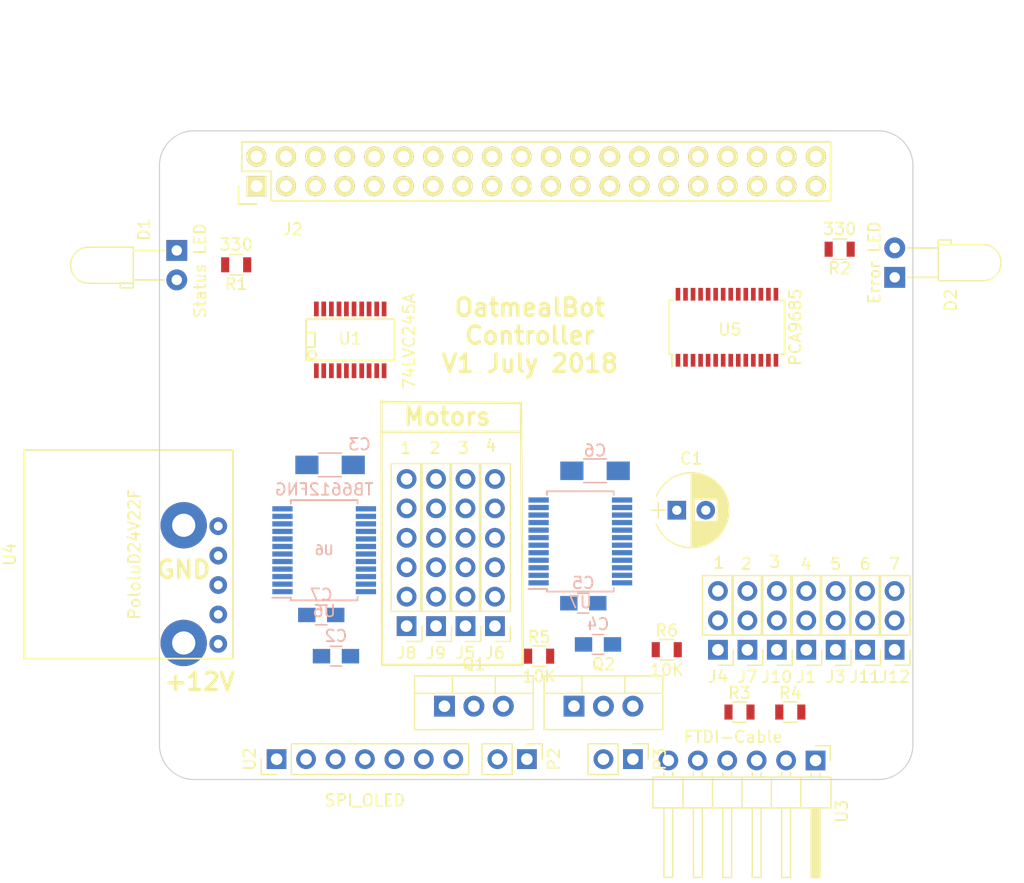
<source format=kicad_pcb>
(kicad_pcb (version 4) (host pcbnew 4.0.7)

  (general
    (links 167)
    (no_connects 167)
    (area 1.450001 13.3 93.985 87.7056)
    (thickness 1.6)
    (drawings 25)
    (tracks 0)
    (zones 0)
    (modules 43)
    (nets 75)
  )

  (page A4)
  (layers
    (0 F.Cu signal)
    (31 B.Cu signal)
    (34 B.Paste user)
    (35 F.Paste user)
    (36 B.SilkS user)
    (37 F.SilkS user)
    (38 B.Mask user)
    (39 F.Mask user)
    (40 Dwgs.User user)
    (41 Cmts.User user)
    (44 Edge.Cuts user)
    (48 B.Fab user)
    (49 F.Fab user)
  )

  (setup
    (last_trace_width 0.25)
    (user_trace_width 0.01)
    (user_trace_width 0.02)
    (user_trace_width 0.05)
    (user_trace_width 0.1)
    (user_trace_width 0.2)
    (trace_clearance 0.2)
    (zone_clearance 0.508)
    (zone_45_only no)
    (trace_min 0.01)
    (segment_width 0.2)
    (edge_width 0.1)
    (via_size 0.6)
    (via_drill 0.4)
    (via_min_size 0.4)
    (via_min_drill 0.3)
    (uvia_size 0.3)
    (uvia_drill 0.1)
    (uvias_allowed no)
    (uvia_min_size 0.2)
    (uvia_min_drill 0.1)
    (pcb_text_width 0.3)
    (pcb_text_size 1.5 1.5)
    (mod_edge_width 0.15)
    (mod_text_size 1 1)
    (mod_text_width 0.15)
    (pad_size 2.75 2.75)
    (pad_drill 2.75)
    (pad_to_mask_clearance 0)
    (aux_axis_origin 0 0)
    (visible_elements 7FFFFFFF)
    (pcbplotparams
      (layerselection 0x01330_80000001)
      (usegerberextensions false)
      (excludeedgelayer true)
      (linewidth 0.100000)
      (plotframeref false)
      (viasonmask false)
      (mode 1)
      (useauxorigin false)
      (hpglpennumber 1)
      (hpglpenspeed 20)
      (hpglpendiameter 15)
      (hpglpenoverlay 2)
      (psnegative false)
      (psa4output false)
      (plotreference true)
      (plotvalue true)
      (plotinvisibletext false)
      (padsonsilk false)
      (subtractmaskfromsilk false)
      (outputformat 4)
      (mirror false)
      (drillshape 2)
      (scaleselection 1)
      (outputdirectory meta/))
  )

  (net 0 "")
  (net 1 "Net-(J2-Pad15)")
  (net 2 "Net-(J2-Pad16)")
  (net 3 "Net-(J2-Pad26)")
  (net 4 "Net-(J2-Pad27)")
  (net 5 "Net-(J2-Pad28)")
  (net 6 +5V)
  (net 7 GND)
  (net 8 PI_TXD)
  (net 9 PI_RXD)
  (net 10 Servo3)
  (net 11 Servo2)
  (net 12 OLED_RESET)
  (net 13 MOSI)
  (net 14 MISO)
  (net 15 OLED_DC)
  (net 16 SCLK)
  (net 17 OLED_CS)
  (net 18 ENC4B)
  (net 19 ENC4A)
  (net 20 Servo1)
  (net 21 ENC3A)
  (net 22 ENC3B)
  (net 23 ENC2A)
  (net 24 ENC2B)
  (net 25 ENC1B)
  (net 26 ENC1A)
  (net 27 "Net-(J5-Pad5)")
  (net 28 "Net-(J5-Pad6)")
  (net 29 "Net-(J6-Pad5)")
  (net 30 "Net-(J6-Pad6)")
  (net 31 "Net-(J8-Pad5)")
  (net 32 "Net-(J8-Pad6)")
  (net 33 "Net-(J9-Pad5)")
  (net 34 "Net-(J9-Pad6)")
  (net 35 Headlight)
  (net 36 HighPower2)
  (net 37 +3V3)
  (net 38 "Net-(U3-Pad2)")
  (net 39 "Net-(U3-Pad3)")
  (net 40 "Net-(R3-Pad1)")
  (net 41 "Net-(U3-Pad6)")
  (net 42 "Net-(U4-Pad1)")
  (net 43 "Net-(U4-Pad2)")
  (net 44 +12V)
  (net 45 "Net-(D1-Pad2)")
  (net 46 "Net-(D2-Pad2)")
  (net 47 "Net-(P2-Pad2)")
  (net 48 "Net-(P3-Pad2)")
  (net 49 Servo4)
  (net 50 SDA)
  (net 51 SCL)
  (net 52 Servo5)
  (net 53 /MotorController/Motor3+)
  (net 54 /MotorController/Motor3-)
  (net 55 /MotorController/Motor4+)
  (net 56 /MotorController/Motor4-)
  (net 57 /MotorController/Motor1+)
  (net 58 /MotorController/Motor1-)
  (net 59 /MotorController/Motor2+)
  (net 60 /MotorController/Motor2-)
  (net 61 Servo6)
  (net 62 Servo7)
  (net 63 "Net-(U5-Pad8)")
  (net 64 "Net-(U5-Pad9)")
  (net 65 "Net-(U5-Pad10)")
  (net 66 "Net-(U5-Pad11)")
  (net 67 "Net-(U5-Pad12)")
  (net 68 "Net-(U5-Pad13)")
  (net 69 "Net-(U5-Pad15)")
  (net 70 "Net-(U5-Pad16)")
  (net 71 "Net-(U5-Pad17)")
  (net 72 "Net-(U5-Pad18)")
  (net 73 "Net-(U5-Pad19)")
  (net 74 "Net-(U5-Pad20)")

  (net_class Default "This is the default net class."
    (clearance 0.2)
    (trace_width 0.25)
    (via_dia 0.6)
    (via_drill 0.4)
    (uvia_dia 0.3)
    (uvia_drill 0.1)
    (add_net +12V)
    (add_net +3V3)
    (add_net +5V)
    (add_net /MotorController/Motor1+)
    (add_net /MotorController/Motor1-)
    (add_net /MotorController/Motor2+)
    (add_net /MotorController/Motor2-)
    (add_net /MotorController/Motor3+)
    (add_net /MotorController/Motor3-)
    (add_net /MotorController/Motor4+)
    (add_net /MotorController/Motor4-)
    (add_net ENC1A)
    (add_net ENC1B)
    (add_net ENC2A)
    (add_net ENC2B)
    (add_net ENC3A)
    (add_net ENC3B)
    (add_net ENC4A)
    (add_net ENC4B)
    (add_net GND)
    (add_net Headlight)
    (add_net HighPower2)
    (add_net MISO)
    (add_net MOSI)
    (add_net "Net-(D1-Pad2)")
    (add_net "Net-(D2-Pad2)")
    (add_net "Net-(J2-Pad15)")
    (add_net "Net-(J2-Pad16)")
    (add_net "Net-(J2-Pad26)")
    (add_net "Net-(J2-Pad27)")
    (add_net "Net-(J2-Pad28)")
    (add_net "Net-(J5-Pad5)")
    (add_net "Net-(J5-Pad6)")
    (add_net "Net-(J6-Pad5)")
    (add_net "Net-(J6-Pad6)")
    (add_net "Net-(J8-Pad5)")
    (add_net "Net-(J8-Pad6)")
    (add_net "Net-(J9-Pad5)")
    (add_net "Net-(J9-Pad6)")
    (add_net "Net-(P2-Pad2)")
    (add_net "Net-(P3-Pad2)")
    (add_net "Net-(R3-Pad1)")
    (add_net "Net-(U3-Pad2)")
    (add_net "Net-(U3-Pad3)")
    (add_net "Net-(U3-Pad6)")
    (add_net "Net-(U4-Pad1)")
    (add_net "Net-(U4-Pad2)")
    (add_net "Net-(U5-Pad10)")
    (add_net "Net-(U5-Pad11)")
    (add_net "Net-(U5-Pad12)")
    (add_net "Net-(U5-Pad13)")
    (add_net "Net-(U5-Pad15)")
    (add_net "Net-(U5-Pad16)")
    (add_net "Net-(U5-Pad17)")
    (add_net "Net-(U5-Pad18)")
    (add_net "Net-(U5-Pad19)")
    (add_net "Net-(U5-Pad20)")
    (add_net "Net-(U5-Pad8)")
    (add_net "Net-(U5-Pad9)")
    (add_net OLED_CS)
    (add_net OLED_DC)
    (add_net OLED_RESET)
    (add_net PI_RXD)
    (add_net PI_TXD)
    (add_net SCL)
    (add_net SCLK)
    (add_net SDA)
    (add_net Servo1)
    (add_net Servo2)
    (add_net Servo3)
    (add_net Servo4)
    (add_net Servo5)
    (add_net Servo6)
    (add_net Servo7)
  )

  (module RPi_Hat:RPi_Hat_Mounting_Hole locked (layer F.Cu) (tedit 55217CCB) (tstamp 58B743A7)
    (at 16 77)
    (descr "Mounting hole, Befestigungsbohrung, 2,7mm, No Annular, Kein Restring,")
    (tags "Mounting hole, Befestigungsbohrung, 2,7mm, No Annular, Kein Restring,")
    (fp_text reference "" (at 0 -4.0005) (layer F.SilkS) hide
      (effects (font (size 1 1) (thickness 0.15)))
    )
    (fp_text value "" (at 0.09906 3.59918) (layer F.Fab) hide
      (effects (font (size 1 1) (thickness 0.15)))
    )
    (fp_circle (center 0 0) (end 1.375 0) (layer F.Fab) (width 0.15))
    (fp_circle (center 0 0) (end 3.1 0) (layer F.Fab) (width 0.15))
    (fp_circle (center 0 0) (end 3.1 0) (layer B.Fab) (width 0.15))
    (fp_circle (center 0 0) (end 1.375 0) (layer B.Fab) (width 0.15))
    (fp_circle (center 0 0) (end 3.1 0) (layer F.CrtYd) (width 0.15))
    (fp_circle (center 0 0) (end 3.1 0) (layer B.CrtYd) (width 0.15))
    (pad "" np_thru_hole circle (at 0 0) (size 2.75 2.75) (drill 2.75) (layers *.Cu *.Mask)
      (solder_mask_margin 1.725) (clearance 1.725))
  )

  (module RPi_Hat:Pin_Header_Straight_2x20 (layer F.Cu) (tedit 58B87737) (tstamp 5516AEA0)
    (at 45 28 90)
    (descr "Through hole pin header")
    (tags "pin header")
    (path /5516AE26)
    (fp_text reference J2 (at -5 -21 360) (layer F.SilkS)
      (effects (font (size 1 1) (thickness 0.15)))
    )
    (fp_text value RPi_GPIO (at -1.27 -27.23 90) (layer F.Fab) hide
      (effects (font (size 1 1) (thickness 0.15)))
    )
    (fp_line (start -3.02 -25.88) (end -3.02 25.92) (layer F.CrtYd) (width 0.05))
    (fp_line (start 3.03 -25.88) (end 3.03 25.92) (layer F.CrtYd) (width 0.05))
    (fp_line (start -3.02 -25.88) (end 3.03 -25.88) (layer F.CrtYd) (width 0.05))
    (fp_line (start -3.02 25.92) (end 3.03 25.92) (layer F.CrtYd) (width 0.05))
    (fp_line (start 2.54 25.4) (end 2.54 -25.4) (layer F.SilkS) (width 0.15))
    (fp_line (start -2.54 -22.86) (end -2.54 25.4) (layer F.SilkS) (width 0.15))
    (fp_line (start 2.54 25.4) (end -2.54 25.4) (layer F.SilkS) (width 0.15))
    (fp_line (start 2.54 -25.4) (end 0 -25.4) (layer F.SilkS) (width 0.15))
    (fp_line (start -1.27 -25.68) (end -2.82 -25.68) (layer F.SilkS) (width 0.15))
    (fp_line (start 0 -25.4) (end 0 -22.86) (layer F.SilkS) (width 0.15))
    (fp_line (start 0 -22.86) (end -2.54 -22.86) (layer F.SilkS) (width 0.15))
    (fp_line (start -2.82 -25.68) (end -2.82 -24.13) (layer F.SilkS) (width 0.15))
    (pad 1 thru_hole rect (at -1.27 -24.13 90) (size 1.7272 1.7272) (drill 1.016) (layers *.Cu *.Mask F.SilkS)
      (net 37 +3V3))
    (pad 2 thru_hole oval (at 1.27 -24.13 90) (size 1.7272 1.7272) (drill 1.016) (layers *.Cu *.Mask F.SilkS)
      (net 6 +5V))
    (pad 3 thru_hole oval (at -1.27 -21.59 90) (size 1.7272 1.7272) (drill 1.016) (layers *.Cu *.Mask F.SilkS)
      (net 50 SDA))
    (pad 4 thru_hole oval (at 1.27 -21.59 90) (size 1.7272 1.7272) (drill 1.016) (layers *.Cu *.Mask F.SilkS)
      (net 6 +5V))
    (pad 5 thru_hole oval (at -1.27 -19.05 90) (size 1.7272 1.7272) (drill 1.016) (layers *.Cu *.Mask F.SilkS)
      (net 51 SCL))
    (pad 6 thru_hole oval (at 1.27 -19.05 90) (size 1.7272 1.7272) (drill 1.016) (layers *.Cu *.Mask F.SilkS)
      (net 7 GND))
    (pad 7 thru_hole oval (at -1.27 -16.51 90) (size 1.7272 1.7272) (drill 1.016) (layers *.Cu *.Mask F.SilkS)
      (net 35 Headlight))
    (pad 8 thru_hole oval (at 1.27 -16.51 90) (size 1.7272 1.7272) (drill 1.016) (layers *.Cu *.Mask F.SilkS)
      (net 8 PI_TXD))
    (pad 9 thru_hole oval (at -1.27 -13.97 90) (size 1.7272 1.7272) (drill 1.016) (layers *.Cu *.Mask F.SilkS)
      (net 7 GND))
    (pad 10 thru_hole oval (at 1.27 -13.97 90) (size 1.7272 1.7272) (drill 1.016) (layers *.Cu *.Mask F.SilkS)
      (net 9 PI_RXD))
    (pad 11 thru_hole oval (at -1.27 -11.43 90) (size 1.7272 1.7272) (drill 1.016) (layers *.Cu *.Mask F.SilkS)
      (net 10 Servo3))
    (pad 12 thru_hole oval (at 1.27 -11.43 90) (size 1.7272 1.7272) (drill 1.016) (layers *.Cu *.Mask F.SilkS)
      (net 11 Servo2))
    (pad 13 thru_hole oval (at -1.27 -8.89 90) (size 1.7272 1.7272) (drill 1.016) (layers *.Cu *.Mask F.SilkS)
      (net 36 HighPower2))
    (pad 14 thru_hole oval (at 1.27 -8.89 90) (size 1.7272 1.7272) (drill 1.016) (layers *.Cu *.Mask F.SilkS)
      (net 7 GND))
    (pad 15 thru_hole oval (at -1.27 -6.35 90) (size 1.7272 1.7272) (drill 1.016) (layers *.Cu *.Mask F.SilkS)
      (net 1 "Net-(J2-Pad15)"))
    (pad 16 thru_hole oval (at 1.27 -6.35 90) (size 1.7272 1.7272) (drill 1.016) (layers *.Cu *.Mask F.SilkS)
      (net 2 "Net-(J2-Pad16)"))
    (pad 17 thru_hole oval (at -1.27 -3.81 90) (size 1.7272 1.7272) (drill 1.016) (layers *.Cu *.Mask F.SilkS)
      (net 37 +3V3))
    (pad 18 thru_hole oval (at 1.27 -3.81 90) (size 1.7272 1.7272) (drill 1.016) (layers *.Cu *.Mask F.SilkS)
      (net 12 OLED_RESET))
    (pad 19 thru_hole oval (at -1.27 -1.27 90) (size 1.7272 1.7272) (drill 1.016) (layers *.Cu *.Mask F.SilkS)
      (net 13 MOSI))
    (pad 20 thru_hole oval (at 1.27 -1.27 90) (size 1.7272 1.7272) (drill 1.016) (layers *.Cu *.Mask F.SilkS)
      (net 7 GND))
    (pad 21 thru_hole oval (at -1.27 1.27 90) (size 1.7272 1.7272) (drill 1.016) (layers *.Cu *.Mask F.SilkS)
      (net 14 MISO))
    (pad 22 thru_hole oval (at 1.27 1.27 90) (size 1.7272 1.7272) (drill 1.016) (layers *.Cu *.Mask F.SilkS)
      (net 15 OLED_DC))
    (pad 23 thru_hole oval (at -1.27 3.81 90) (size 1.7272 1.7272) (drill 1.016) (layers *.Cu *.Mask F.SilkS)
      (net 16 SCLK))
    (pad 24 thru_hole oval (at 1.27 3.81 90) (size 1.7272 1.7272) (drill 1.016) (layers *.Cu *.Mask F.SilkS)
      (net 17 OLED_CS))
    (pad 25 thru_hole oval (at -1.27 6.35 90) (size 1.7272 1.7272) (drill 1.016) (layers *.Cu *.Mask F.SilkS)
      (net 7 GND))
    (pad 26 thru_hole oval (at 1.27 6.35 90) (size 1.7272 1.7272) (drill 1.016) (layers *.Cu *.Mask F.SilkS)
      (net 3 "Net-(J2-Pad26)"))
    (pad 27 thru_hole oval (at -1.27 8.89 90) (size 1.7272 1.7272) (drill 1.016) (layers *.Cu *.Mask F.SilkS)
      (net 4 "Net-(J2-Pad27)"))
    (pad 28 thru_hole oval (at 1.27 8.89 90) (size 1.7272 1.7272) (drill 1.016) (layers *.Cu *.Mask F.SilkS)
      (net 5 "Net-(J2-Pad28)"))
    (pad 29 thru_hole oval (at -1.27 11.43 90) (size 1.7272 1.7272) (drill 1.016) (layers *.Cu *.Mask F.SilkS)
      (net 18 ENC4B))
    (pad 30 thru_hole oval (at 1.27 11.43 90) (size 1.7272 1.7272) (drill 1.016) (layers *.Cu *.Mask F.SilkS)
      (net 7 GND))
    (pad 31 thru_hole oval (at -1.27 13.97 90) (size 1.7272 1.7272) (drill 1.016) (layers *.Cu *.Mask F.SilkS)
      (net 19 ENC4A))
    (pad 32 thru_hole oval (at 1.27 13.97 90) (size 1.7272 1.7272) (drill 1.016) (layers *.Cu *.Mask F.SilkS)
      (net 20 Servo1))
    (pad 33 thru_hole oval (at -1.27 16.51 90) (size 1.7272 1.7272) (drill 1.016) (layers *.Cu *.Mask F.SilkS)
      (net 21 ENC3A))
    (pad 34 thru_hole oval (at 1.27 16.51 90) (size 1.7272 1.7272) (drill 1.016) (layers *.Cu *.Mask F.SilkS)
      (net 7 GND))
    (pad 35 thru_hole oval (at -1.27 19.05 90) (size 1.7272 1.7272) (drill 1.016) (layers *.Cu *.Mask F.SilkS)
      (net 22 ENC3B))
    (pad 36 thru_hole oval (at 1.27 19.05 90) (size 1.7272 1.7272) (drill 1.016) (layers *.Cu *.Mask F.SilkS)
      (net 23 ENC2A))
    (pad 37 thru_hole oval (at -1.27 21.59 90) (size 1.7272 1.7272) (drill 1.016) (layers *.Cu *.Mask F.SilkS)
      (net 24 ENC2B))
    (pad 38 thru_hole oval (at 1.27 21.59 90) (size 1.7272 1.7272) (drill 1.016) (layers *.Cu *.Mask F.SilkS)
      (net 25 ENC1B))
    (pad 39 thru_hole oval (at -1.27 24.13 90) (size 1.7272 1.7272) (drill 1.016) (layers *.Cu *.Mask F.SilkS)
      (net 7 GND))
    (pad 40 thru_hole oval (at 1.27 24.13 90) (size 1.7272 1.7272) (drill 1.016) (layers *.Cu *.Mask F.SilkS)
      (net 26 ENC1A))
    (model Pin_Headers.3dshapes/Pin_Header_Straight_2x20.wrl
      (at (xyz 0 0 0))
      (scale (xyz 1 1 1))
      (rotate (xyz 0 0 90))
    )
  )

  (module RPi_Hat:RPi_Hat_Mounting_Hole locked (layer F.Cu) (tedit 55217C7B) (tstamp 5515DEA9)
    (at 74 28)
    (descr "Mounting hole, Befestigungsbohrung, 2,7mm, No Annular, Kein Restring,")
    (tags "Mounting hole, Befestigungsbohrung, 2,7mm, No Annular, Kein Restring,")
    (fp_text reference "" (at 0 -4.0005) (layer F.SilkS) hide
      (effects (font (size 1 1) (thickness 0.15)))
    )
    (fp_text value "" (at 0.09906 3.59918) (layer F.Fab) hide
      (effects (font (size 1 1) (thickness 0.15)))
    )
    (fp_circle (center 0 0) (end 1.375 0) (layer F.Fab) (width 0.15))
    (fp_circle (center 0 0) (end 3.1 0) (layer F.Fab) (width 0.15))
    (fp_circle (center 0 0) (end 3.1 0) (layer B.Fab) (width 0.15))
    (fp_circle (center 0 0) (end 1.375 0) (layer B.Fab) (width 0.15))
    (fp_circle (center 0 0) (end 3.1 0) (layer F.CrtYd) (width 0.15))
    (fp_circle (center 0 0) (end 3.1 0) (layer B.CrtYd) (width 0.15))
    (pad "" np_thru_hole circle (at 0 0) (size 2.75 2.75) (drill 2.75) (layers *.Cu *.Mask)
      (solder_mask_margin 1.725) (clearance 1.725))
  )

  (module RPi_Hat:RPi_Hat_Mounting_Hole locked (layer F.Cu) (tedit 55217CCB) (tstamp 55169DC9)
    (at 74 77)
    (descr "Mounting hole, Befestigungsbohrung, 2,7mm, No Annular, Kein Restring,")
    (tags "Mounting hole, Befestigungsbohrung, 2,7mm, No Annular, Kein Restring,")
    (fp_text reference "" (at 0 -4.0005) (layer F.SilkS) hide
      (effects (font (size 1 1) (thickness 0.15)))
    )
    (fp_text value "" (at 0.09906 3.59918) (layer F.Fab) hide
      (effects (font (size 1 1) (thickness 0.15)))
    )
    (fp_circle (center 0 0) (end 1.375 0) (layer F.Fab) (width 0.15))
    (fp_circle (center 0 0) (end 3.1 0) (layer F.Fab) (width 0.15))
    (fp_circle (center 0 0) (end 3.1 0) (layer B.Fab) (width 0.15))
    (fp_circle (center 0 0) (end 1.375 0) (layer B.Fab) (width 0.15))
    (fp_circle (center 0 0) (end 3.1 0) (layer F.CrtYd) (width 0.15))
    (fp_circle (center 0 0) (end 3.1 0) (layer B.CrtYd) (width 0.15))
    (pad "" np_thru_hole circle (at 0 0) (size 2.75 2.75) (drill 2.75) (layers *.Cu *.Mask)
      (solder_mask_margin 1.725) (clearance 1.725))
  )

  (module RPi_Hat:RPi_Hat_Mounting_Hole locked (layer F.Cu) (tedit 55217CA2) (tstamp 5515DEBF)
    (at 16 28)
    (descr "Mounting hole, Befestigungsbohrung, 2,7mm, No Annular, Kein Restring,")
    (tags "Mounting hole, Befestigungsbohrung, 2,7mm, No Annular, Kein Restring,")
    (fp_text reference "" (at 0 -4.0005) (layer F.SilkS) hide
      (effects (font (size 1 1) (thickness 0.15)))
    )
    (fp_text value "" (at 0.09906 3.59918) (layer F.Fab) hide
      (effects (font (size 1 1) (thickness 0.15)))
    )
    (fp_circle (center 0 0) (end 1.375 0) (layer F.Fab) (width 0.15))
    (fp_circle (center 0 0) (end 3.1 0) (layer F.Fab) (width 0.15))
    (fp_circle (center 0 0) (end 3.1 0) (layer B.Fab) (width 0.15))
    (fp_circle (center 0 0) (end 1.375 0) (layer B.Fab) (width 0.15))
    (fp_circle (center 0 0) (end 3.1 0) (layer F.CrtYd) (width 0.15))
    (fp_circle (center 0 0) (end 3.1 0) (layer B.CrtYd) (width 0.15))
    (pad "" np_thru_hole circle (at 0 0) (size 2.75 2.75) (drill 2.75) (layers *.Cu *.Mask)
      (solder_mask_margin 1.725) (clearance 1.725))
  )

  (module Pin_Headers:Pin_Header_Straight_1x06_Pitch2.54mm (layer F.Cu) (tedit 5B5811D1) (tstamp 5B2C8CA6)
    (at 38.9 67.254 180)
    (descr "Through hole straight pin header, 1x06, 2.54mm pitch, single row")
    (tags "Through hole pin header THT 1x06 2.54mm single row")
    (path /5B1C4555)
    (fp_text reference J5 (at 0 -2.33 180) (layer F.SilkS)
      (effects (font (size 1 1) (thickness 0.15)))
    )
    (fp_text value 3 (at 0.18 15.38 180) (layer F.SilkS)
      (effects (font (size 1 1) (thickness 0.15)))
    )
    (fp_line (start -0.635 -1.27) (end 1.27 -1.27) (layer F.Fab) (width 0.1))
    (fp_line (start 1.27 -1.27) (end 1.27 13.97) (layer F.Fab) (width 0.1))
    (fp_line (start 1.27 13.97) (end -1.27 13.97) (layer F.Fab) (width 0.1))
    (fp_line (start -1.27 13.97) (end -1.27 -0.635) (layer F.Fab) (width 0.1))
    (fp_line (start -1.27 -0.635) (end -0.635 -1.27) (layer F.Fab) (width 0.1))
    (fp_line (start -1.33 14.03) (end 1.33 14.03) (layer F.SilkS) (width 0.12))
    (fp_line (start -1.33 1.27) (end -1.33 14.03) (layer F.SilkS) (width 0.12))
    (fp_line (start 1.33 1.27) (end 1.33 14.03) (layer F.SilkS) (width 0.12))
    (fp_line (start -1.33 1.27) (end 1.33 1.27) (layer F.SilkS) (width 0.12))
    (fp_line (start -1.33 0) (end -1.33 -1.33) (layer F.SilkS) (width 0.12))
    (fp_line (start -1.33 -1.33) (end 0 -1.33) (layer F.SilkS) (width 0.12))
    (fp_line (start -1.8 -1.8) (end -1.8 14.5) (layer F.CrtYd) (width 0.05))
    (fp_line (start -1.8 14.5) (end 1.8 14.5) (layer F.CrtYd) (width 0.05))
    (fp_line (start 1.8 14.5) (end 1.8 -1.8) (layer F.CrtYd) (width 0.05))
    (fp_line (start 1.8 -1.8) (end -1.8 -1.8) (layer F.CrtYd) (width 0.05))
    (fp_text user %R (at 0 6.35 270) (layer F.Fab)
      (effects (font (size 1 1) (thickness 0.15)))
    )
    (pad 1 thru_hole rect (at 0 0 180) (size 1.7 1.7) (drill 1) (layers *.Cu *.Mask)
      (net 53 /MotorController/Motor3+))
    (pad 2 thru_hole oval (at 0 2.54 180) (size 1.7 1.7) (drill 1) (layers *.Cu *.Mask)
      (net 54 /MotorController/Motor3-))
    (pad 3 thru_hole oval (at 0 5.08 180) (size 1.7 1.7) (drill 1) (layers *.Cu *.Mask)
      (net 7 GND))
    (pad 4 thru_hole oval (at 0 7.62 180) (size 1.7 1.7) (drill 1) (layers *.Cu *.Mask)
      (net 6 +5V))
    (pad 5 thru_hole oval (at 0 10.16 180) (size 1.7 1.7) (drill 1) (layers *.Cu *.Mask)
      (net 27 "Net-(J5-Pad5)"))
    (pad 6 thru_hole oval (at 0 12.7 180) (size 1.7 1.7) (drill 1) (layers *.Cu *.Mask)
      (net 28 "Net-(J5-Pad6)"))
    (model ${KISYS3DMOD}/Pin_Headers.3dshapes/Pin_Header_Straight_1x06_Pitch2.54mm.wrl
      (at (xyz 0 0 0))
      (scale (xyz 1 1 1))
      (rotate (xyz 0 0 0))
    )
  )

  (module Pin_Headers:Pin_Header_Straight_1x06_Pitch2.54mm (layer F.Cu) (tedit 5B5811D8) (tstamp 5B2C8CC0)
    (at 41.44 67.254 180)
    (descr "Through hole straight pin header, 1x06, 2.54mm pitch, single row")
    (tags "Through hole pin header THT 1x06 2.54mm single row")
    (path /5B1C459A)
    (fp_text reference J6 (at 0 -2.33 180) (layer F.SilkS)
      (effects (font (size 1 1) (thickness 0.15)))
    )
    (fp_text value 4 (at 0.36 15.56 180) (layer F.SilkS)
      (effects (font (size 1 1) (thickness 0.15)))
    )
    (fp_line (start -0.635 -1.27) (end 1.27 -1.27) (layer F.Fab) (width 0.1))
    (fp_line (start 1.27 -1.27) (end 1.27 13.97) (layer F.Fab) (width 0.1))
    (fp_line (start 1.27 13.97) (end -1.27 13.97) (layer F.Fab) (width 0.1))
    (fp_line (start -1.27 13.97) (end -1.27 -0.635) (layer F.Fab) (width 0.1))
    (fp_line (start -1.27 -0.635) (end -0.635 -1.27) (layer F.Fab) (width 0.1))
    (fp_line (start -1.33 14.03) (end 1.33 14.03) (layer F.SilkS) (width 0.12))
    (fp_line (start -1.33 1.27) (end -1.33 14.03) (layer F.SilkS) (width 0.12))
    (fp_line (start 1.33 1.27) (end 1.33 14.03) (layer F.SilkS) (width 0.12))
    (fp_line (start -1.33 1.27) (end 1.33 1.27) (layer F.SilkS) (width 0.12))
    (fp_line (start -1.33 0) (end -1.33 -1.33) (layer F.SilkS) (width 0.12))
    (fp_line (start -1.33 -1.33) (end 0 -1.33) (layer F.SilkS) (width 0.12))
    (fp_line (start -1.8 -1.8) (end -1.8 14.5) (layer F.CrtYd) (width 0.05))
    (fp_line (start -1.8 14.5) (end 1.8 14.5) (layer F.CrtYd) (width 0.05))
    (fp_line (start 1.8 14.5) (end 1.8 -1.8) (layer F.CrtYd) (width 0.05))
    (fp_line (start 1.8 -1.8) (end -1.8 -1.8) (layer F.CrtYd) (width 0.05))
    (fp_text user %R (at 0 6.35 270) (layer F.Fab)
      (effects (font (size 1 1) (thickness 0.15)))
    )
    (pad 1 thru_hole rect (at 0 0 180) (size 1.7 1.7) (drill 1) (layers *.Cu *.Mask)
      (net 55 /MotorController/Motor4+))
    (pad 2 thru_hole oval (at 0 2.54 180) (size 1.7 1.7) (drill 1) (layers *.Cu *.Mask)
      (net 56 /MotorController/Motor4-))
    (pad 3 thru_hole oval (at 0 5.08 180) (size 1.7 1.7) (drill 1) (layers *.Cu *.Mask)
      (net 7 GND))
    (pad 4 thru_hole oval (at 0 7.62 180) (size 1.7 1.7) (drill 1) (layers *.Cu *.Mask)
      (net 6 +5V))
    (pad 5 thru_hole oval (at 0 10.16 180) (size 1.7 1.7) (drill 1) (layers *.Cu *.Mask)
      (net 29 "Net-(J6-Pad5)"))
    (pad 6 thru_hole oval (at 0 12.7 180) (size 1.7 1.7) (drill 1) (layers *.Cu *.Mask)
      (net 30 "Net-(J6-Pad6)"))
    (model ${KISYS3DMOD}/Pin_Headers.3dshapes/Pin_Header_Straight_1x06_Pitch2.54mm.wrl
      (at (xyz 0 0 0))
      (scale (xyz 1 1 1))
      (rotate (xyz 0 0 0))
    )
  )

  (module Pin_Headers:Pin_Header_Straight_1x06_Pitch2.54mm (layer F.Cu) (tedit 5B5811BE) (tstamp 5B2C8CDA)
    (at 33.82 67.254 180)
    (descr "Through hole straight pin header, 1x06, 2.54mm pitch, single row")
    (tags "Through hole pin header THT 1x06 2.54mm single row")
    (path /5B1C44B9)
    (fp_text reference J8 (at 0 -2.33 180) (layer F.SilkS)
      (effects (font (size 1 1) (thickness 0.15)))
    )
    (fp_text value 1 (at 0.08 15.38 180) (layer F.SilkS)
      (effects (font (size 1 1) (thickness 0.15)))
    )
    (fp_line (start -0.635 -1.27) (end 1.27 -1.27) (layer F.Fab) (width 0.1))
    (fp_line (start 1.27 -1.27) (end 1.27 13.97) (layer F.Fab) (width 0.1))
    (fp_line (start 1.27 13.97) (end -1.27 13.97) (layer F.Fab) (width 0.1))
    (fp_line (start -1.27 13.97) (end -1.27 -0.635) (layer F.Fab) (width 0.1))
    (fp_line (start -1.27 -0.635) (end -0.635 -1.27) (layer F.Fab) (width 0.1))
    (fp_line (start -1.33 14.03) (end 1.33 14.03) (layer F.SilkS) (width 0.12))
    (fp_line (start -1.33 1.27) (end -1.33 14.03) (layer F.SilkS) (width 0.12))
    (fp_line (start 1.33 1.27) (end 1.33 14.03) (layer F.SilkS) (width 0.12))
    (fp_line (start -1.33 1.27) (end 1.33 1.27) (layer F.SilkS) (width 0.12))
    (fp_line (start -1.33 0) (end -1.33 -1.33) (layer F.SilkS) (width 0.12))
    (fp_line (start -1.33 -1.33) (end 0 -1.33) (layer F.SilkS) (width 0.12))
    (fp_line (start -1.8 -1.8) (end -1.8 14.5) (layer F.CrtYd) (width 0.05))
    (fp_line (start -1.8 14.5) (end 1.8 14.5) (layer F.CrtYd) (width 0.05))
    (fp_line (start 1.8 14.5) (end 1.8 -1.8) (layer F.CrtYd) (width 0.05))
    (fp_line (start 1.8 -1.8) (end -1.8 -1.8) (layer F.CrtYd) (width 0.05))
    (fp_text user %R (at 0 6.35 270) (layer F.Fab)
      (effects (font (size 1 1) (thickness 0.15)))
    )
    (pad 1 thru_hole rect (at 0 0 180) (size 1.7 1.7) (drill 1) (layers *.Cu *.Mask)
      (net 57 /MotorController/Motor1+))
    (pad 2 thru_hole oval (at 0 2.54 180) (size 1.7 1.7) (drill 1) (layers *.Cu *.Mask)
      (net 58 /MotorController/Motor1-))
    (pad 3 thru_hole oval (at 0 5.08 180) (size 1.7 1.7) (drill 1) (layers *.Cu *.Mask)
      (net 7 GND))
    (pad 4 thru_hole oval (at 0 7.62 180) (size 1.7 1.7) (drill 1) (layers *.Cu *.Mask)
      (net 6 +5V))
    (pad 5 thru_hole oval (at 0 10.16 180) (size 1.7 1.7) (drill 1) (layers *.Cu *.Mask)
      (net 31 "Net-(J8-Pad5)"))
    (pad 6 thru_hole oval (at 0 12.7 180) (size 1.7 1.7) (drill 1) (layers *.Cu *.Mask)
      (net 32 "Net-(J8-Pad6)"))
    (model ${KISYS3DMOD}/Pin_Headers.3dshapes/Pin_Header_Straight_1x06_Pitch2.54mm.wrl
      (at (xyz 0 0 0))
      (scale (xyz 1 1 1))
      (rotate (xyz 0 0 0))
    )
  )

  (module Pin_Headers:Pin_Header_Straight_1x06_Pitch2.54mm (layer F.Cu) (tedit 5B5811C8) (tstamp 5B2C8EDB)
    (at 36.36 67.254 180)
    (descr "Through hole straight pin header, 1x06, 2.54mm pitch, single row")
    (tags "Through hole pin header THT 1x06 2.54mm single row")
    (path /5B1C4526)
    (fp_text reference J9 (at 0 -2.33 180) (layer F.SilkS)
      (effects (font (size 1 1) (thickness 0.15)))
    )
    (fp_text value 2 (at 0.09 15.38 180) (layer F.SilkS)
      (effects (font (size 1 1) (thickness 0.15)))
    )
    (fp_line (start -0.635 -1.27) (end 1.27 -1.27) (layer F.Fab) (width 0.1))
    (fp_line (start 1.27 -1.27) (end 1.27 13.97) (layer F.Fab) (width 0.1))
    (fp_line (start 1.27 13.97) (end -1.27 13.97) (layer F.Fab) (width 0.1))
    (fp_line (start -1.27 13.97) (end -1.27 -0.635) (layer F.Fab) (width 0.1))
    (fp_line (start -1.27 -0.635) (end -0.635 -1.27) (layer F.Fab) (width 0.1))
    (fp_line (start -1.33 14.03) (end 1.33 14.03) (layer F.SilkS) (width 0.12))
    (fp_line (start -1.33 1.27) (end -1.33 14.03) (layer F.SilkS) (width 0.12))
    (fp_line (start 1.33 1.27) (end 1.33 14.03) (layer F.SilkS) (width 0.12))
    (fp_line (start -1.33 1.27) (end 1.33 1.27) (layer F.SilkS) (width 0.12))
    (fp_line (start -1.33 0) (end -1.33 -1.33) (layer F.SilkS) (width 0.12))
    (fp_line (start -1.33 -1.33) (end 0 -1.33) (layer F.SilkS) (width 0.12))
    (fp_line (start -1.8 -1.8) (end -1.8 14.5) (layer F.CrtYd) (width 0.05))
    (fp_line (start -1.8 14.5) (end 1.8 14.5) (layer F.CrtYd) (width 0.05))
    (fp_line (start 1.8 14.5) (end 1.8 -1.8) (layer F.CrtYd) (width 0.05))
    (fp_line (start 1.8 -1.8) (end -1.8 -1.8) (layer F.CrtYd) (width 0.05))
    (fp_text user %R (at 0 6.35 270) (layer F.Fab)
      (effects (font (size 1 1) (thickness 0.15)))
    )
    (pad 1 thru_hole rect (at 0 0 180) (size 1.7 1.7) (drill 1) (layers *.Cu *.Mask)
      (net 59 /MotorController/Motor2+))
    (pad 2 thru_hole oval (at 0 2.54 180) (size 1.7 1.7) (drill 1) (layers *.Cu *.Mask)
      (net 60 /MotorController/Motor2-))
    (pad 3 thru_hole oval (at 0 5.08 180) (size 1.7 1.7) (drill 1) (layers *.Cu *.Mask)
      (net 7 GND))
    (pad 4 thru_hole oval (at 0 7.62 180) (size 1.7 1.7) (drill 1) (layers *.Cu *.Mask)
      (net 6 +5V))
    (pad 5 thru_hole oval (at 0 10.16 180) (size 1.7 1.7) (drill 1) (layers *.Cu *.Mask)
      (net 33 "Net-(J9-Pad5)"))
    (pad 6 thru_hole oval (at 0 12.7 180) (size 1.7 1.7) (drill 1) (layers *.Cu *.Mask)
      (net 34 "Net-(J9-Pad6)"))
    (model ${KISYS3DMOD}/Pin_Headers.3dshapes/Pin_Header_Straight_1x06_Pitch2.54mm.wrl
      (at (xyz 0 0 0))
      (scale (xyz 1 1 1))
      (rotate (xyz 0 0 0))
    )
  )

  (module Socket_Strips:Socket_Strip_Straight_1x07_Pitch2.54mm (layer F.Cu) (tedit 5B3D6065) (tstamp 5B394D20)
    (at 22.606 78.74 90)
    (descr "Through hole straight socket strip, 1x07, 2.54mm pitch, single row")
    (tags "Through hole socket strip THT 1x07 2.54mm single row")
    (path /5B29A40B)
    (fp_text reference U2 (at 0 -2.33 90) (layer F.SilkS)
      (effects (font (size 1 1) (thickness 0.15)))
    )
    (fp_text value SPI_OLED (at -3.556 7.62 180) (layer F.SilkS)
      (effects (font (size 1 1) (thickness 0.15)))
    )
    (fp_line (start -1.27 -1.27) (end -1.27 16.51) (layer F.Fab) (width 0.1))
    (fp_line (start -1.27 16.51) (end 1.27 16.51) (layer F.Fab) (width 0.1))
    (fp_line (start 1.27 16.51) (end 1.27 -1.27) (layer F.Fab) (width 0.1))
    (fp_line (start 1.27 -1.27) (end -1.27 -1.27) (layer F.Fab) (width 0.1))
    (fp_line (start -1.33 1.27) (end -1.33 16.57) (layer F.SilkS) (width 0.12))
    (fp_line (start -1.33 16.57) (end 1.33 16.57) (layer F.SilkS) (width 0.12))
    (fp_line (start 1.33 16.57) (end 1.33 1.27) (layer F.SilkS) (width 0.12))
    (fp_line (start 1.33 1.27) (end -1.33 1.27) (layer F.SilkS) (width 0.12))
    (fp_line (start -1.33 0) (end -1.33 -1.33) (layer F.SilkS) (width 0.12))
    (fp_line (start -1.33 -1.33) (end 0 -1.33) (layer F.SilkS) (width 0.12))
    (fp_line (start -1.8 -1.8) (end -1.8 17.05) (layer F.CrtYd) (width 0.05))
    (fp_line (start -1.8 17.05) (end 1.8 17.05) (layer F.CrtYd) (width 0.05))
    (fp_line (start 1.8 17.05) (end 1.8 -1.8) (layer F.CrtYd) (width 0.05))
    (fp_line (start 1.8 -1.8) (end -1.8 -1.8) (layer F.CrtYd) (width 0.05))
    (fp_text user %R (at 0 -2.33 90) (layer F.Fab)
      (effects (font (size 1 1) (thickness 0.15)))
    )
    (pad 1 thru_hole rect (at 0 0 90) (size 1.7 1.7) (drill 1) (layers *.Cu *.Mask)
      (net 7 GND))
    (pad 2 thru_hole oval (at 0 2.54 90) (size 1.7 1.7) (drill 1) (layers *.Cu *.Mask)
      (net 37 +3V3))
    (pad 3 thru_hole oval (at 0 5.08 90) (size 1.7 1.7) (drill 1) (layers *.Cu *.Mask)
      (net 16 SCLK))
    (pad 4 thru_hole oval (at 0 7.62 90) (size 1.7 1.7) (drill 1) (layers *.Cu *.Mask)
      (net 13 MOSI))
    (pad 5 thru_hole oval (at 0 10.16 90) (size 1.7 1.7) (drill 1) (layers *.Cu *.Mask)
      (net 12 OLED_RESET))
    (pad 6 thru_hole oval (at 0 12.7 90) (size 1.7 1.7) (drill 1) (layers *.Cu *.Mask)
      (net 15 OLED_DC))
    (pad 7 thru_hole oval (at 0 15.24 90) (size 1.7 1.7) (drill 1) (layers *.Cu *.Mask)
      (net 17 OLED_CS))
    (model ${KISYS3DMOD}/Connector_PinSocket_2.54mm.3dshapes/PinSocket_1x07_P2.54mm_Vertical.wrl
      (at (xyz 0 0 0))
      (scale (xyz 1 1 1))
      (rotate (xyz 0 0 0))
    )
  )

  (module Pin_Headers:Pin_Header_Angled_1x06_Pitch2.54mm (layer F.Cu) (tedit 5B3D6051) (tstamp 5B394D87)
    (at 69.1 78.85 270)
    (descr "Through hole angled pin header, 1x06, 2.54mm pitch, 6mm pin length, single row")
    (tags "Through hole angled pin header THT 1x06 2.54mm single row")
    (path /5B299B43)
    (fp_text reference U3 (at 4.385 -2.27 270) (layer F.SilkS)
      (effects (font (size 1 1) (thickness 0.15)))
    )
    (fp_text value FTDI-Cable (at -2.032 7.112 360) (layer F.SilkS)
      (effects (font (size 1 1) (thickness 0.15)))
    )
    (fp_line (start 2.135 -1.27) (end 4.04 -1.27) (layer F.Fab) (width 0.1))
    (fp_line (start 4.04 -1.27) (end 4.04 13.97) (layer F.Fab) (width 0.1))
    (fp_line (start 4.04 13.97) (end 1.5 13.97) (layer F.Fab) (width 0.1))
    (fp_line (start 1.5 13.97) (end 1.5 -0.635) (layer F.Fab) (width 0.1))
    (fp_line (start 1.5 -0.635) (end 2.135 -1.27) (layer F.Fab) (width 0.1))
    (fp_line (start -0.32 -0.32) (end 1.5 -0.32) (layer F.Fab) (width 0.1))
    (fp_line (start -0.32 -0.32) (end -0.32 0.32) (layer F.Fab) (width 0.1))
    (fp_line (start -0.32 0.32) (end 1.5 0.32) (layer F.Fab) (width 0.1))
    (fp_line (start 4.04 -0.32) (end 10.04 -0.32) (layer F.Fab) (width 0.1))
    (fp_line (start 10.04 -0.32) (end 10.04 0.32) (layer F.Fab) (width 0.1))
    (fp_line (start 4.04 0.32) (end 10.04 0.32) (layer F.Fab) (width 0.1))
    (fp_line (start -0.32 2.22) (end 1.5 2.22) (layer F.Fab) (width 0.1))
    (fp_line (start -0.32 2.22) (end -0.32 2.86) (layer F.Fab) (width 0.1))
    (fp_line (start -0.32 2.86) (end 1.5 2.86) (layer F.Fab) (width 0.1))
    (fp_line (start 4.04 2.22) (end 10.04 2.22) (layer F.Fab) (width 0.1))
    (fp_line (start 10.04 2.22) (end 10.04 2.86) (layer F.Fab) (width 0.1))
    (fp_line (start 4.04 2.86) (end 10.04 2.86) (layer F.Fab) (width 0.1))
    (fp_line (start -0.32 4.76) (end 1.5 4.76) (layer F.Fab) (width 0.1))
    (fp_line (start -0.32 4.76) (end -0.32 5.4) (layer F.Fab) (width 0.1))
    (fp_line (start -0.32 5.4) (end 1.5 5.4) (layer F.Fab) (width 0.1))
    (fp_line (start 4.04 4.76) (end 10.04 4.76) (layer F.Fab) (width 0.1))
    (fp_line (start 10.04 4.76) (end 10.04 5.4) (layer F.Fab) (width 0.1))
    (fp_line (start 4.04 5.4) (end 10.04 5.4) (layer F.Fab) (width 0.1))
    (fp_line (start -0.32 7.3) (end 1.5 7.3) (layer F.Fab) (width 0.1))
    (fp_line (start -0.32 7.3) (end -0.32 7.94) (layer F.Fab) (width 0.1))
    (fp_line (start -0.32 7.94) (end 1.5 7.94) (layer F.Fab) (width 0.1))
    (fp_line (start 4.04 7.3) (end 10.04 7.3) (layer F.Fab) (width 0.1))
    (fp_line (start 10.04 7.3) (end 10.04 7.94) (layer F.Fab) (width 0.1))
    (fp_line (start 4.04 7.94) (end 10.04 7.94) (layer F.Fab) (width 0.1))
    (fp_line (start -0.32 9.84) (end 1.5 9.84) (layer F.Fab) (width 0.1))
    (fp_line (start -0.32 9.84) (end -0.32 10.48) (layer F.Fab) (width 0.1))
    (fp_line (start -0.32 10.48) (end 1.5 10.48) (layer F.Fab) (width 0.1))
    (fp_line (start 4.04 9.84) (end 10.04 9.84) (layer F.Fab) (width 0.1))
    (fp_line (start 10.04 9.84) (end 10.04 10.48) (layer F.Fab) (width 0.1))
    (fp_line (start 4.04 10.48) (end 10.04 10.48) (layer F.Fab) (width 0.1))
    (fp_line (start -0.32 12.38) (end 1.5 12.38) (layer F.Fab) (width 0.1))
    (fp_line (start -0.32 12.38) (end -0.32 13.02) (layer F.Fab) (width 0.1))
    (fp_line (start -0.32 13.02) (end 1.5 13.02) (layer F.Fab) (width 0.1))
    (fp_line (start 4.04 12.38) (end 10.04 12.38) (layer F.Fab) (width 0.1))
    (fp_line (start 10.04 12.38) (end 10.04 13.02) (layer F.Fab) (width 0.1))
    (fp_line (start 4.04 13.02) (end 10.04 13.02) (layer F.Fab) (width 0.1))
    (fp_line (start 1.44 -1.33) (end 1.44 14.03) (layer F.SilkS) (width 0.12))
    (fp_line (start 1.44 14.03) (end 4.1 14.03) (layer F.SilkS) (width 0.12))
    (fp_line (start 4.1 14.03) (end 4.1 -1.33) (layer F.SilkS) (width 0.12))
    (fp_line (start 4.1 -1.33) (end 1.44 -1.33) (layer F.SilkS) (width 0.12))
    (fp_line (start 4.1 -0.38) (end 10.1 -0.38) (layer F.SilkS) (width 0.12))
    (fp_line (start 10.1 -0.38) (end 10.1 0.38) (layer F.SilkS) (width 0.12))
    (fp_line (start 10.1 0.38) (end 4.1 0.38) (layer F.SilkS) (width 0.12))
    (fp_line (start 4.1 -0.32) (end 10.1 -0.32) (layer F.SilkS) (width 0.12))
    (fp_line (start 4.1 -0.2) (end 10.1 -0.2) (layer F.SilkS) (width 0.12))
    (fp_line (start 4.1 -0.08) (end 10.1 -0.08) (layer F.SilkS) (width 0.12))
    (fp_line (start 4.1 0.04) (end 10.1 0.04) (layer F.SilkS) (width 0.12))
    (fp_line (start 4.1 0.16) (end 10.1 0.16) (layer F.SilkS) (width 0.12))
    (fp_line (start 4.1 0.28) (end 10.1 0.28) (layer F.SilkS) (width 0.12))
    (fp_line (start 1.11 -0.38) (end 1.44 -0.38) (layer F.SilkS) (width 0.12))
    (fp_line (start 1.11 0.38) (end 1.44 0.38) (layer F.SilkS) (width 0.12))
    (fp_line (start 1.44 1.27) (end 4.1 1.27) (layer F.SilkS) (width 0.12))
    (fp_line (start 4.1 2.16) (end 10.1 2.16) (layer F.SilkS) (width 0.12))
    (fp_line (start 10.1 2.16) (end 10.1 2.92) (layer F.SilkS) (width 0.12))
    (fp_line (start 10.1 2.92) (end 4.1 2.92) (layer F.SilkS) (width 0.12))
    (fp_line (start 1.042929 2.16) (end 1.44 2.16) (layer F.SilkS) (width 0.12))
    (fp_line (start 1.042929 2.92) (end 1.44 2.92) (layer F.SilkS) (width 0.12))
    (fp_line (start 1.44 3.81) (end 4.1 3.81) (layer F.SilkS) (width 0.12))
    (fp_line (start 4.1 4.7) (end 10.1 4.7) (layer F.SilkS) (width 0.12))
    (fp_line (start 10.1 4.7) (end 10.1 5.46) (layer F.SilkS) (width 0.12))
    (fp_line (start 10.1 5.46) (end 4.1 5.46) (layer F.SilkS) (width 0.12))
    (fp_line (start 1.042929 4.7) (end 1.44 4.7) (layer F.SilkS) (width 0.12))
    (fp_line (start 1.042929 5.46) (end 1.44 5.46) (layer F.SilkS) (width 0.12))
    (fp_line (start 1.44 6.35) (end 4.1 6.35) (layer F.SilkS) (width 0.12))
    (fp_line (start 4.1 7.24) (end 10.1 7.24) (layer F.SilkS) (width 0.12))
    (fp_line (start 10.1 7.24) (end 10.1 8) (layer F.SilkS) (width 0.12))
    (fp_line (start 10.1 8) (end 4.1 8) (layer F.SilkS) (width 0.12))
    (fp_line (start 1.042929 7.24) (end 1.44 7.24) (layer F.SilkS) (width 0.12))
    (fp_line (start 1.042929 8) (end 1.44 8) (layer F.SilkS) (width 0.12))
    (fp_line (start 1.44 8.89) (end 4.1 8.89) (layer F.SilkS) (width 0.12))
    (fp_line (start 4.1 9.78) (end 10.1 9.78) (layer F.SilkS) (width 0.12))
    (fp_line (start 10.1 9.78) (end 10.1 10.54) (layer F.SilkS) (width 0.12))
    (fp_line (start 10.1 10.54) (end 4.1 10.54) (layer F.SilkS) (width 0.12))
    (fp_line (start 1.042929 9.78) (end 1.44 9.78) (layer F.SilkS) (width 0.12))
    (fp_line (start 1.042929 10.54) (end 1.44 10.54) (layer F.SilkS) (width 0.12))
    (fp_line (start 1.44 11.43) (end 4.1 11.43) (layer F.SilkS) (width 0.12))
    (fp_line (start 4.1 12.32) (end 10.1 12.32) (layer F.SilkS) (width 0.12))
    (fp_line (start 10.1 12.32) (end 10.1 13.08) (layer F.SilkS) (width 0.12))
    (fp_line (start 10.1 13.08) (end 4.1 13.08) (layer F.SilkS) (width 0.12))
    (fp_line (start 1.042929 12.32) (end 1.44 12.32) (layer F.SilkS) (width 0.12))
    (fp_line (start 1.042929 13.08) (end 1.44 13.08) (layer F.SilkS) (width 0.12))
    (fp_line (start -1.27 0) (end -1.27 -1.27) (layer F.SilkS) (width 0.12))
    (fp_line (start -1.27 -1.27) (end 0 -1.27) (layer F.SilkS) (width 0.12))
    (fp_line (start -1.8 -1.8) (end -1.8 14.5) (layer F.CrtYd) (width 0.05))
    (fp_line (start -1.8 14.5) (end 10.55 14.5) (layer F.CrtYd) (width 0.05))
    (fp_line (start 10.55 14.5) (end 10.55 -1.8) (layer F.CrtYd) (width 0.05))
    (fp_line (start 10.55 -1.8) (end -1.8 -1.8) (layer F.CrtYd) (width 0.05))
    (fp_text user %R (at 2.77 6.35 360) (layer F.Fab)
      (effects (font (size 1 1) (thickness 0.15)))
    )
    (pad 1 thru_hole rect (at 0 0 270) (size 1.7 1.7) (drill 1) (layers *.Cu *.Mask)
      (net 7 GND))
    (pad 2 thru_hole oval (at 0 2.54 270) (size 1.7 1.7) (drill 1) (layers *.Cu *.Mask)
      (net 38 "Net-(U3-Pad2)"))
    (pad 3 thru_hole oval (at 0 5.08 270) (size 1.7 1.7) (drill 1) (layers *.Cu *.Mask)
      (net 39 "Net-(U3-Pad3)"))
    (pad 4 thru_hole oval (at 0 7.62 270) (size 1.7 1.7) (drill 1) (layers *.Cu *.Mask)
      (net 40 "Net-(R3-Pad1)"))
    (pad 5 thru_hole oval (at 0 10.16 270) (size 1.7 1.7) (drill 1) (layers *.Cu *.Mask)
      (net 8 PI_TXD))
    (pad 6 thru_hole oval (at 0 12.7 270) (size 1.7 1.7) (drill 1) (layers *.Cu *.Mask)
      (net 41 "Net-(U3-Pad6)"))
    (model ${KISYS3DMOD}/Connector_PinHeader_2.54mm.3dshapes/PinHeader_1x06_P2.54mm_Horizontal.wrl
      (at (xyz 0 0 0))
      (scale (xyz 1 1 1))
      (rotate (xyz 0 0 0))
    )
  )

  (module Pin_Headers:Pin_Header_Straight_1x03_Pitch2.54mm (layer F.Cu) (tedit 5B5811E5) (tstamp 5B434451)
    (at 60.678 69.302 180)
    (descr "Through hole straight pin header, 1x03, 2.54mm pitch, single row")
    (tags "Through hole pin header THT 1x03 2.54mm single row")
    (path /5B24CC4B)
    (fp_text reference J4 (at 0 -2.33 180) (layer F.SilkS)
      (effects (font (size 1 1) (thickness 0.15)))
    )
    (fp_text value 1 (at -0.09 7.52 180) (layer F.SilkS)
      (effects (font (size 1 1) (thickness 0.15)))
    )
    (fp_line (start -0.635 -1.27) (end 1.27 -1.27) (layer F.Fab) (width 0.1))
    (fp_line (start 1.27 -1.27) (end 1.27 6.35) (layer F.Fab) (width 0.1))
    (fp_line (start 1.27 6.35) (end -1.27 6.35) (layer F.Fab) (width 0.1))
    (fp_line (start -1.27 6.35) (end -1.27 -0.635) (layer F.Fab) (width 0.1))
    (fp_line (start -1.27 -0.635) (end -0.635 -1.27) (layer F.Fab) (width 0.1))
    (fp_line (start -1.33 6.41) (end 1.33 6.41) (layer F.SilkS) (width 0.12))
    (fp_line (start -1.33 1.27) (end -1.33 6.41) (layer F.SilkS) (width 0.12))
    (fp_line (start 1.33 1.27) (end 1.33 6.41) (layer F.SilkS) (width 0.12))
    (fp_line (start -1.33 1.27) (end 1.33 1.27) (layer F.SilkS) (width 0.12))
    (fp_line (start -1.33 0) (end -1.33 -1.33) (layer F.SilkS) (width 0.12))
    (fp_line (start -1.33 -1.33) (end 0 -1.33) (layer F.SilkS) (width 0.12))
    (fp_line (start -1.8 -1.8) (end -1.8 6.85) (layer F.CrtYd) (width 0.05))
    (fp_line (start -1.8 6.85) (end 1.8 6.85) (layer F.CrtYd) (width 0.05))
    (fp_line (start 1.8 6.85) (end 1.8 -1.8) (layer F.CrtYd) (width 0.05))
    (fp_line (start 1.8 -1.8) (end -1.8 -1.8) (layer F.CrtYd) (width 0.05))
    (fp_text user %R (at 0 2.54 270) (layer F.Fab)
      (effects (font (size 1 1) (thickness 0.15)))
    )
    (pad 1 thru_hole rect (at 0 0 180) (size 1.7 1.7) (drill 1) (layers *.Cu *.Mask)
      (net 7 GND))
    (pad 2 thru_hole oval (at 0 2.54 180) (size 1.7 1.7) (drill 1) (layers *.Cu *.Mask)
      (net 6 +5V))
    (pad 3 thru_hole oval (at 0 5.08 180) (size 1.7 1.7) (drill 1) (layers *.Cu *.Mask)
      (net 20 Servo1))
    (model ${KISYS3DMOD}/Pin_Headers.3dshapes/Pin_Header_Straight_1x03_Pitch2.54mm.wrl
      (at (xyz 0 0 0))
      (scale (xyz 1 1 1))
      (rotate (xyz 0 0 0))
    )
  )

  (module Pin_Headers:Pin_Header_Straight_1x03_Pitch2.54mm (layer F.Cu) (tedit 5B5811ED) (tstamp 5B434468)
    (at 63.218 69.302 180)
    (descr "Through hole straight pin header, 1x03, 2.54mm pitch, single row")
    (tags "Through hole pin header THT 1x03 2.54mm single row")
    (path /5B24CCA8)
    (fp_text reference J7 (at 0 -2.33 180) (layer F.SilkS)
      (effects (font (size 1 1) (thickness 0.15)))
    )
    (fp_text value 2 (at 0.09 7.42 180) (layer F.SilkS)
      (effects (font (size 1 1) (thickness 0.15)))
    )
    (fp_line (start -0.635 -1.27) (end 1.27 -1.27) (layer F.Fab) (width 0.1))
    (fp_line (start 1.27 -1.27) (end 1.27 6.35) (layer F.Fab) (width 0.1))
    (fp_line (start 1.27 6.35) (end -1.27 6.35) (layer F.Fab) (width 0.1))
    (fp_line (start -1.27 6.35) (end -1.27 -0.635) (layer F.Fab) (width 0.1))
    (fp_line (start -1.27 -0.635) (end -0.635 -1.27) (layer F.Fab) (width 0.1))
    (fp_line (start -1.33 6.41) (end 1.33 6.41) (layer F.SilkS) (width 0.12))
    (fp_line (start -1.33 1.27) (end -1.33 6.41) (layer F.SilkS) (width 0.12))
    (fp_line (start 1.33 1.27) (end 1.33 6.41) (layer F.SilkS) (width 0.12))
    (fp_line (start -1.33 1.27) (end 1.33 1.27) (layer F.SilkS) (width 0.12))
    (fp_line (start -1.33 0) (end -1.33 -1.33) (layer F.SilkS) (width 0.12))
    (fp_line (start -1.33 -1.33) (end 0 -1.33) (layer F.SilkS) (width 0.12))
    (fp_line (start -1.8 -1.8) (end -1.8 6.85) (layer F.CrtYd) (width 0.05))
    (fp_line (start -1.8 6.85) (end 1.8 6.85) (layer F.CrtYd) (width 0.05))
    (fp_line (start 1.8 6.85) (end 1.8 -1.8) (layer F.CrtYd) (width 0.05))
    (fp_line (start 1.8 -1.8) (end -1.8 -1.8) (layer F.CrtYd) (width 0.05))
    (fp_text user %R (at 0 2.54 270) (layer F.Fab)
      (effects (font (size 1 1) (thickness 0.15)))
    )
    (pad 1 thru_hole rect (at 0 0 180) (size 1.7 1.7) (drill 1) (layers *.Cu *.Mask)
      (net 7 GND))
    (pad 2 thru_hole oval (at 0 2.54 180) (size 1.7 1.7) (drill 1) (layers *.Cu *.Mask)
      (net 6 +5V))
    (pad 3 thru_hole oval (at 0 5.08 180) (size 1.7 1.7) (drill 1) (layers *.Cu *.Mask)
      (net 11 Servo2))
    (model ${KISYS3DMOD}/Pin_Headers.3dshapes/Pin_Header_Straight_1x03_Pitch2.54mm.wrl
      (at (xyz 0 0 0))
      (scale (xyz 1 1 1))
      (rotate (xyz 0 0 0))
    )
  )

  (module Pin_Headers:Pin_Header_Straight_1x03_Pitch2.54mm (layer F.Cu) (tedit 5B5811F6) (tstamp 5B43447F)
    (at 65.758 69.302 180)
    (descr "Through hole straight pin header, 1x03, 2.54mm pitch, single row")
    (tags "Through hole pin header THT 1x03 2.54mm single row")
    (path /5B24CCF1)
    (fp_text reference J10 (at 0 -2.33 180) (layer F.SilkS)
      (effects (font (size 1 1) (thickness 0.15)))
    )
    (fp_text value 3 (at 0.162 7.59 180) (layer F.SilkS)
      (effects (font (size 1 1) (thickness 0.15)))
    )
    (fp_line (start -0.635 -1.27) (end 1.27 -1.27) (layer F.Fab) (width 0.1))
    (fp_line (start 1.27 -1.27) (end 1.27 6.35) (layer F.Fab) (width 0.1))
    (fp_line (start 1.27 6.35) (end -1.27 6.35) (layer F.Fab) (width 0.1))
    (fp_line (start -1.27 6.35) (end -1.27 -0.635) (layer F.Fab) (width 0.1))
    (fp_line (start -1.27 -0.635) (end -0.635 -1.27) (layer F.Fab) (width 0.1))
    (fp_line (start -1.33 6.41) (end 1.33 6.41) (layer F.SilkS) (width 0.12))
    (fp_line (start -1.33 1.27) (end -1.33 6.41) (layer F.SilkS) (width 0.12))
    (fp_line (start 1.33 1.27) (end 1.33 6.41) (layer F.SilkS) (width 0.12))
    (fp_line (start -1.33 1.27) (end 1.33 1.27) (layer F.SilkS) (width 0.12))
    (fp_line (start -1.33 0) (end -1.33 -1.33) (layer F.SilkS) (width 0.12))
    (fp_line (start -1.33 -1.33) (end 0 -1.33) (layer F.SilkS) (width 0.12))
    (fp_line (start -1.8 -1.8) (end -1.8 6.85) (layer F.CrtYd) (width 0.05))
    (fp_line (start -1.8 6.85) (end 1.8 6.85) (layer F.CrtYd) (width 0.05))
    (fp_line (start 1.8 6.85) (end 1.8 -1.8) (layer F.CrtYd) (width 0.05))
    (fp_line (start 1.8 -1.8) (end -1.8 -1.8) (layer F.CrtYd) (width 0.05))
    (fp_text user %R (at 0 2.54 270) (layer F.Fab)
      (effects (font (size 1 1) (thickness 0.15)))
    )
    (pad 1 thru_hole rect (at 0 0 180) (size 1.7 1.7) (drill 1) (layers *.Cu *.Mask)
      (net 7 GND))
    (pad 2 thru_hole oval (at 0 2.54 180) (size 1.7 1.7) (drill 1) (layers *.Cu *.Mask)
      (net 6 +5V))
    (pad 3 thru_hole oval (at 0 5.08 180) (size 1.7 1.7) (drill 1) (layers *.Cu *.Mask)
      (net 10 Servo3))
    (model ${KISYS3DMOD}/Pin_Headers.3dshapes/Pin_Header_Straight_1x03_Pitch2.54mm.wrl
      (at (xyz 0 0 0))
      (scale (xyz 1 1 1))
      (rotate (xyz 0 0 0))
    )
  )

  (module TO_SOT_Packages_THT:TO-220-3_Vertical (layer F.Cu) (tedit 58CE52AD) (tstamp 5B434499)
    (at 37.084 74.168)
    (descr "TO-220-3, Vertical, RM 2.54mm")
    (tags "TO-220-3 Vertical RM 2.54mm")
    (path /5B3874E0)
    (fp_text reference Q1 (at 2.54 -3.62) (layer F.SilkS)
      (effects (font (size 1 1) (thickness 0.15)))
    )
    (fp_text value STP55NF06L (at 2.54 3.92) (layer F.Fab)
      (effects (font (size 1 1) (thickness 0.15)))
    )
    (fp_text user %R (at 2.54 -3.62) (layer F.Fab)
      (effects (font (size 1 1) (thickness 0.15)))
    )
    (fp_line (start -2.46 -2.5) (end -2.46 1.9) (layer F.Fab) (width 0.1))
    (fp_line (start -2.46 1.9) (end 7.54 1.9) (layer F.Fab) (width 0.1))
    (fp_line (start 7.54 1.9) (end 7.54 -2.5) (layer F.Fab) (width 0.1))
    (fp_line (start 7.54 -2.5) (end -2.46 -2.5) (layer F.Fab) (width 0.1))
    (fp_line (start -2.46 -1.23) (end 7.54 -1.23) (layer F.Fab) (width 0.1))
    (fp_line (start 0.69 -2.5) (end 0.69 -1.23) (layer F.Fab) (width 0.1))
    (fp_line (start 4.39 -2.5) (end 4.39 -1.23) (layer F.Fab) (width 0.1))
    (fp_line (start -2.58 -2.62) (end 7.66 -2.62) (layer F.SilkS) (width 0.12))
    (fp_line (start -2.58 2.021) (end 7.66 2.021) (layer F.SilkS) (width 0.12))
    (fp_line (start -2.58 -2.62) (end -2.58 2.021) (layer F.SilkS) (width 0.12))
    (fp_line (start 7.66 -2.62) (end 7.66 2.021) (layer F.SilkS) (width 0.12))
    (fp_line (start -2.58 -1.11) (end 7.66 -1.11) (layer F.SilkS) (width 0.12))
    (fp_line (start 0.69 -2.62) (end 0.69 -1.11) (layer F.SilkS) (width 0.12))
    (fp_line (start 4.391 -2.62) (end 4.391 -1.11) (layer F.SilkS) (width 0.12))
    (fp_line (start -2.71 -2.75) (end -2.71 2.16) (layer F.CrtYd) (width 0.05))
    (fp_line (start -2.71 2.16) (end 7.79 2.16) (layer F.CrtYd) (width 0.05))
    (fp_line (start 7.79 2.16) (end 7.79 -2.75) (layer F.CrtYd) (width 0.05))
    (fp_line (start 7.79 -2.75) (end -2.71 -2.75) (layer F.CrtYd) (width 0.05))
    (pad 1 thru_hole rect (at 0 0) (size 1.8 1.8) (drill 1) (layers *.Cu *.Mask)
      (net 36 HighPower2))
    (pad 2 thru_hole oval (at 2.54 0) (size 1.8 1.8) (drill 1) (layers *.Cu *.Mask)
      (net 47 "Net-(P2-Pad2)"))
    (pad 3 thru_hole oval (at 5.08 0) (size 1.8 1.8) (drill 1) (layers *.Cu *.Mask)
      (net 7 GND))
    (model ${KISYS3DMOD}/TO_SOT_Packages_THT.3dshapes/TO-220_Vertical.wrl
      (at (xyz 0.1 0 0))
      (scale (xyz 0.393701 0.393701 0.393701))
      (rotate (xyz 0 0 0))
    )
  )

  (module TO_SOT_Packages_THT:TO-220-3_Vertical (layer F.Cu) (tedit 58CE52AD) (tstamp 5B4344B3)
    (at 48.26 74.168)
    (descr "TO-220-3, Vertical, RM 2.54mm")
    (tags "TO-220-3 Vertical RM 2.54mm")
    (path /5B37B0AF)
    (fp_text reference Q2 (at 2.54 -3.62) (layer F.SilkS)
      (effects (font (size 1 1) (thickness 0.15)))
    )
    (fp_text value STP55NF06L (at 2.54 3.92) (layer F.Fab)
      (effects (font (size 1 1) (thickness 0.15)))
    )
    (fp_text user %R (at 2.54 -3.62) (layer F.Fab)
      (effects (font (size 1 1) (thickness 0.15)))
    )
    (fp_line (start -2.46 -2.5) (end -2.46 1.9) (layer F.Fab) (width 0.1))
    (fp_line (start -2.46 1.9) (end 7.54 1.9) (layer F.Fab) (width 0.1))
    (fp_line (start 7.54 1.9) (end 7.54 -2.5) (layer F.Fab) (width 0.1))
    (fp_line (start 7.54 -2.5) (end -2.46 -2.5) (layer F.Fab) (width 0.1))
    (fp_line (start -2.46 -1.23) (end 7.54 -1.23) (layer F.Fab) (width 0.1))
    (fp_line (start 0.69 -2.5) (end 0.69 -1.23) (layer F.Fab) (width 0.1))
    (fp_line (start 4.39 -2.5) (end 4.39 -1.23) (layer F.Fab) (width 0.1))
    (fp_line (start -2.58 -2.62) (end 7.66 -2.62) (layer F.SilkS) (width 0.12))
    (fp_line (start -2.58 2.021) (end 7.66 2.021) (layer F.SilkS) (width 0.12))
    (fp_line (start -2.58 -2.62) (end -2.58 2.021) (layer F.SilkS) (width 0.12))
    (fp_line (start 7.66 -2.62) (end 7.66 2.021) (layer F.SilkS) (width 0.12))
    (fp_line (start -2.58 -1.11) (end 7.66 -1.11) (layer F.SilkS) (width 0.12))
    (fp_line (start 0.69 -2.62) (end 0.69 -1.11) (layer F.SilkS) (width 0.12))
    (fp_line (start 4.391 -2.62) (end 4.391 -1.11) (layer F.SilkS) (width 0.12))
    (fp_line (start -2.71 -2.75) (end -2.71 2.16) (layer F.CrtYd) (width 0.05))
    (fp_line (start -2.71 2.16) (end 7.79 2.16) (layer F.CrtYd) (width 0.05))
    (fp_line (start 7.79 2.16) (end 7.79 -2.75) (layer F.CrtYd) (width 0.05))
    (fp_line (start 7.79 -2.75) (end -2.71 -2.75) (layer F.CrtYd) (width 0.05))
    (pad 1 thru_hole rect (at 0 0) (size 1.8 1.8) (drill 1) (layers *.Cu *.Mask)
      (net 35 Headlight))
    (pad 2 thru_hole oval (at 2.54 0) (size 1.8 1.8) (drill 1) (layers *.Cu *.Mask)
      (net 48 "Net-(P3-Pad2)"))
    (pad 3 thru_hole oval (at 5.08 0) (size 1.8 1.8) (drill 1) (layers *.Cu *.Mask)
      (net 7 GND))
    (model ${KISYS3DMOD}/TO_SOT_Packages_THT.3dshapes/TO-220_Vertical.wrl
      (at (xyz 0.1 0 0))
      (scale (xyz 0.393701 0.393701 0.393701))
      (rotate (xyz 0 0 0))
    )
  )

  (module Resistors_SMD:R_0805 (layer F.Cu) (tedit 5B5812D8) (tstamp 5B4344C4)
    (at 19.116 36.068 180)
    (descr "Resistor SMD 0805, reflow soldering, Vishay (see dcrcw.pdf)")
    (tags "resistor 0805")
    (path /5B24C256)
    (attr smd)
    (fp_text reference R1 (at 0 -1.65 180) (layer F.SilkS)
      (effects (font (size 1 1) (thickness 0.15)))
    )
    (fp_text value 330 (at 0 1.75 180) (layer F.SilkS)
      (effects (font (size 1 1) (thickness 0.15)))
    )
    (fp_text user %R (at 0 0 180) (layer F.Fab)
      (effects (font (size 0.5 0.5) (thickness 0.075)))
    )
    (fp_line (start -1 0.62) (end -1 -0.62) (layer F.Fab) (width 0.1))
    (fp_line (start 1 0.62) (end -1 0.62) (layer F.Fab) (width 0.1))
    (fp_line (start 1 -0.62) (end 1 0.62) (layer F.Fab) (width 0.1))
    (fp_line (start -1 -0.62) (end 1 -0.62) (layer F.Fab) (width 0.1))
    (fp_line (start 0.6 0.88) (end -0.6 0.88) (layer F.SilkS) (width 0.12))
    (fp_line (start -0.6 -0.88) (end 0.6 -0.88) (layer F.SilkS) (width 0.12))
    (fp_line (start -1.55 -0.9) (end 1.55 -0.9) (layer F.CrtYd) (width 0.05))
    (fp_line (start -1.55 -0.9) (end -1.55 0.9) (layer F.CrtYd) (width 0.05))
    (fp_line (start 1.55 0.9) (end 1.55 -0.9) (layer F.CrtYd) (width 0.05))
    (fp_line (start 1.55 0.9) (end -1.55 0.9) (layer F.CrtYd) (width 0.05))
    (pad 1 smd rect (at -0.95 0 180) (size 0.7 1.3) (layers F.Cu F.Paste F.Mask)
      (net 1 "Net-(J2-Pad15)"))
    (pad 2 smd rect (at 0.95 0 180) (size 0.7 1.3) (layers F.Cu F.Paste F.Mask)
      (net 45 "Net-(D1-Pad2)"))
    (model ${KISYS3DMOD}/Resistors_SMD.3dshapes/R_0805.wrl
      (at (xyz 0 0 0))
      (scale (xyz 1 1 1))
      (rotate (xyz 0 0 0))
    )
  )

  (module Resistors_SMD:R_0805 (layer F.Cu) (tedit 5B5812E0) (tstamp 5B4344D5)
    (at 71.18 34.72 180)
    (descr "Resistor SMD 0805, reflow soldering, Vishay (see dcrcw.pdf)")
    (tags "resistor 0805")
    (path /5B24C1E3)
    (attr smd)
    (fp_text reference R2 (at 0 -1.65 180) (layer F.SilkS)
      (effects (font (size 1 1) (thickness 0.15)))
    )
    (fp_text value 330 (at 0 1.75 180) (layer F.SilkS)
      (effects (font (size 1 1) (thickness 0.15)))
    )
    (fp_text user %R (at 0 0 180) (layer F.Fab)
      (effects (font (size 0.5 0.5) (thickness 0.075)))
    )
    (fp_line (start -1 0.62) (end -1 -0.62) (layer F.Fab) (width 0.1))
    (fp_line (start 1 0.62) (end -1 0.62) (layer F.Fab) (width 0.1))
    (fp_line (start 1 -0.62) (end 1 0.62) (layer F.Fab) (width 0.1))
    (fp_line (start -1 -0.62) (end 1 -0.62) (layer F.Fab) (width 0.1))
    (fp_line (start 0.6 0.88) (end -0.6 0.88) (layer F.SilkS) (width 0.12))
    (fp_line (start -0.6 -0.88) (end 0.6 -0.88) (layer F.SilkS) (width 0.12))
    (fp_line (start -1.55 -0.9) (end 1.55 -0.9) (layer F.CrtYd) (width 0.05))
    (fp_line (start -1.55 -0.9) (end -1.55 0.9) (layer F.CrtYd) (width 0.05))
    (fp_line (start 1.55 0.9) (end 1.55 -0.9) (layer F.CrtYd) (width 0.05))
    (fp_line (start 1.55 0.9) (end -1.55 0.9) (layer F.CrtYd) (width 0.05))
    (pad 1 smd rect (at -0.95 0 180) (size 0.7 1.3) (layers F.Cu F.Paste F.Mask)
      (net 46 "Net-(D2-Pad2)"))
    (pad 2 smd rect (at 0.95 0 180) (size 0.7 1.3) (layers F.Cu F.Paste F.Mask)
      (net 2 "Net-(J2-Pad16)"))
    (model ${KISYS3DMOD}/Resistors_SMD.3dshapes/R_0805.wrl
      (at (xyz 0 0 0))
      (scale (xyz 1 1 1))
      (rotate (xyz 0 0 0))
    )
  )

  (module Resistors_SMD:R_0805 (layer F.Cu) (tedit 58E0A804) (tstamp 5B4344E6)
    (at 62.538 74.672)
    (descr "Resistor SMD 0805, reflow soldering, Vishay (see dcrcw.pdf)")
    (tags "resistor 0805")
    (path /5B29AE0F)
    (attr smd)
    (fp_text reference R3 (at 0 -1.65) (layer F.SilkS)
      (effects (font (size 1 1) (thickness 0.15)))
    )
    (fp_text value R (at 0 1.75) (layer F.Fab)
      (effects (font (size 1 1) (thickness 0.15)))
    )
    (fp_text user %R (at 0 0) (layer F.Fab)
      (effects (font (size 0.5 0.5) (thickness 0.075)))
    )
    (fp_line (start -1 0.62) (end -1 -0.62) (layer F.Fab) (width 0.1))
    (fp_line (start 1 0.62) (end -1 0.62) (layer F.Fab) (width 0.1))
    (fp_line (start 1 -0.62) (end 1 0.62) (layer F.Fab) (width 0.1))
    (fp_line (start -1 -0.62) (end 1 -0.62) (layer F.Fab) (width 0.1))
    (fp_line (start 0.6 0.88) (end -0.6 0.88) (layer F.SilkS) (width 0.12))
    (fp_line (start -0.6 -0.88) (end 0.6 -0.88) (layer F.SilkS) (width 0.12))
    (fp_line (start -1.55 -0.9) (end 1.55 -0.9) (layer F.CrtYd) (width 0.05))
    (fp_line (start -1.55 -0.9) (end -1.55 0.9) (layer F.CrtYd) (width 0.05))
    (fp_line (start 1.55 0.9) (end 1.55 -0.9) (layer F.CrtYd) (width 0.05))
    (fp_line (start 1.55 0.9) (end -1.55 0.9) (layer F.CrtYd) (width 0.05))
    (pad 1 smd rect (at -0.95 0) (size 0.7 1.3) (layers F.Cu F.Paste F.Mask)
      (net 40 "Net-(R3-Pad1)"))
    (pad 2 smd rect (at 0.95 0) (size 0.7 1.3) (layers F.Cu F.Paste F.Mask)
      (net 9 PI_RXD))
    (model ${KISYS3DMOD}/Resistors_SMD.3dshapes/R_0805.wrl
      (at (xyz 0 0 0))
      (scale (xyz 1 1 1))
      (rotate (xyz 0 0 0))
    )
  )

  (module Resistors_SMD:R_0805 (layer F.Cu) (tedit 58E0A804) (tstamp 5B4344F7)
    (at 66.922 74.672)
    (descr "Resistor SMD 0805, reflow soldering, Vishay (see dcrcw.pdf)")
    (tags "resistor 0805")
    (path /5B29AECC)
    (attr smd)
    (fp_text reference R4 (at 0 -1.65) (layer F.SilkS)
      (effects (font (size 1 1) (thickness 0.15)))
    )
    (fp_text value R (at 0 1.75) (layer F.Fab)
      (effects (font (size 1 1) (thickness 0.15)))
    )
    (fp_text user %R (at 1.39 2.79) (layer F.Fab)
      (effects (font (size 0.5 0.5) (thickness 0.075)))
    )
    (fp_line (start -1 0.62) (end -1 -0.62) (layer F.Fab) (width 0.1))
    (fp_line (start 1 0.62) (end -1 0.62) (layer F.Fab) (width 0.1))
    (fp_line (start 1 -0.62) (end 1 0.62) (layer F.Fab) (width 0.1))
    (fp_line (start -1 -0.62) (end 1 -0.62) (layer F.Fab) (width 0.1))
    (fp_line (start 0.6 0.88) (end -0.6 0.88) (layer F.SilkS) (width 0.12))
    (fp_line (start -0.6 -0.88) (end 0.6 -0.88) (layer F.SilkS) (width 0.12))
    (fp_line (start -1.55 -0.9) (end 1.55 -0.9) (layer F.CrtYd) (width 0.05))
    (fp_line (start -1.55 -0.9) (end -1.55 0.9) (layer F.CrtYd) (width 0.05))
    (fp_line (start 1.55 0.9) (end 1.55 -0.9) (layer F.CrtYd) (width 0.05))
    (fp_line (start 1.55 0.9) (end -1.55 0.9) (layer F.CrtYd) (width 0.05))
    (pad 1 smd rect (at -0.95 0) (size 0.7 1.3) (layers F.Cu F.Paste F.Mask)
      (net 9 PI_RXD))
    (pad 2 smd rect (at 0.95 0) (size 0.7 1.3) (layers F.Cu F.Paste F.Mask)
      (net 7 GND))
    (model ${KISYS3DMOD}/Resistors_SMD.3dshapes/R_0805.wrl
      (at (xyz 0 0 0))
      (scale (xyz 1 1 1))
      (rotate (xyz 0 0 0))
    )
  )

  (module Resistors_SMD:R_0805 (layer F.Cu) (tedit 5B581372) (tstamp 5B434508)
    (at 45.252 69.85)
    (descr "Resistor SMD 0805, reflow soldering, Vishay (see dcrcw.pdf)")
    (tags "resistor 0805")
    (path /5B38760E)
    (attr smd)
    (fp_text reference R5 (at 0 -1.65) (layer F.SilkS)
      (effects (font (size 1 1) (thickness 0.15)))
    )
    (fp_text value 10K (at 0 1.75) (layer F.SilkS)
      (effects (font (size 1 1) (thickness 0.15)))
    )
    (fp_text user %R (at 0 0) (layer F.Fab)
      (effects (font (size 0.5 0.5) (thickness 0.075)))
    )
    (fp_line (start -1 0.62) (end -1 -0.62) (layer F.Fab) (width 0.1))
    (fp_line (start 1 0.62) (end -1 0.62) (layer F.Fab) (width 0.1))
    (fp_line (start 1 -0.62) (end 1 0.62) (layer F.Fab) (width 0.1))
    (fp_line (start -1 -0.62) (end 1 -0.62) (layer F.Fab) (width 0.1))
    (fp_line (start 0.6 0.88) (end -0.6 0.88) (layer F.SilkS) (width 0.12))
    (fp_line (start -0.6 -0.88) (end 0.6 -0.88) (layer F.SilkS) (width 0.12))
    (fp_line (start -1.55 -0.9) (end 1.55 -0.9) (layer F.CrtYd) (width 0.05))
    (fp_line (start -1.55 -0.9) (end -1.55 0.9) (layer F.CrtYd) (width 0.05))
    (fp_line (start 1.55 0.9) (end 1.55 -0.9) (layer F.CrtYd) (width 0.05))
    (fp_line (start 1.55 0.9) (end -1.55 0.9) (layer F.CrtYd) (width 0.05))
    (pad 1 smd rect (at -0.95 0) (size 0.7 1.3) (layers F.Cu F.Paste F.Mask)
      (net 36 HighPower2))
    (pad 2 smd rect (at 0.95 0) (size 0.7 1.3) (layers F.Cu F.Paste F.Mask)
      (net 7 GND))
    (model ${KISYS3DMOD}/Resistors_SMD.3dshapes/R_0805.wrl
      (at (xyz 0 0 0))
      (scale (xyz 1 1 1))
      (rotate (xyz 0 0 0))
    )
  )

  (module Resistors_SMD:R_0805 (layer F.Cu) (tedit 5B581377) (tstamp 5B434519)
    (at 56.264 69.29)
    (descr "Resistor SMD 0805, reflow soldering, Vishay (see dcrcw.pdf)")
    (tags "resistor 0805")
    (path /5B37B2B8)
    (attr smd)
    (fp_text reference R6 (at 0 -1.65) (layer F.SilkS)
      (effects (font (size 1 1) (thickness 0.15)))
    )
    (fp_text value 10K (at 0 1.75) (layer F.SilkS)
      (effects (font (size 1 1) (thickness 0.15)))
    )
    (fp_text user %R (at 0 0) (layer F.Fab)
      (effects (font (size 0.5 0.5) (thickness 0.075)))
    )
    (fp_line (start -1 0.62) (end -1 -0.62) (layer F.Fab) (width 0.1))
    (fp_line (start 1 0.62) (end -1 0.62) (layer F.Fab) (width 0.1))
    (fp_line (start 1 -0.62) (end 1 0.62) (layer F.Fab) (width 0.1))
    (fp_line (start -1 -0.62) (end 1 -0.62) (layer F.Fab) (width 0.1))
    (fp_line (start 0.6 0.88) (end -0.6 0.88) (layer F.SilkS) (width 0.12))
    (fp_line (start -0.6 -0.88) (end 0.6 -0.88) (layer F.SilkS) (width 0.12))
    (fp_line (start -1.55 -0.9) (end 1.55 -0.9) (layer F.CrtYd) (width 0.05))
    (fp_line (start -1.55 -0.9) (end -1.55 0.9) (layer F.CrtYd) (width 0.05))
    (fp_line (start 1.55 0.9) (end 1.55 -0.9) (layer F.CrtYd) (width 0.05))
    (fp_line (start 1.55 0.9) (end -1.55 0.9) (layer F.CrtYd) (width 0.05))
    (pad 1 smd rect (at -0.95 0) (size 0.7 1.3) (layers F.Cu F.Paste F.Mask)
      (net 35 Headlight))
    (pad 2 smd rect (at 0.95 0) (size 0.7 1.3) (layers F.Cu F.Paste F.Mask)
      (net 7 GND))
    (model ${KISYS3DMOD}/Resistors_SMD.3dshapes/R_0805.wrl
      (at (xyz 0 0 0))
      (scale (xyz 1 1 1))
      (rotate (xyz 0 0 0))
    )
  )

  (module SMD_Packages:SSOP-20 (layer F.Cu) (tedit 5B581252) (tstamp 5B434539)
    (at 28.956 42.545)
    (descr "SSOP 20 pins")
    (tags "CMS SSOP SMD")
    (path /5B24A26F)
    (attr smd)
    (fp_text reference U1 (at 0 -0.127) (layer F.SilkS)
      (effects (font (size 1 1) (thickness 0.15)))
    )
    (fp_text value 74LVC245A (at 5.08 0.127 90) (layer F.SilkS)
      (effects (font (size 1 1) (thickness 0.15)))
    )
    (fp_line (start 3.81 -1.778) (end -3.81 -1.778) (layer F.SilkS) (width 0.15))
    (fp_line (start -3.81 1.778) (end 3.81 1.778) (layer F.SilkS) (width 0.15))
    (fp_line (start 3.81 -1.778) (end 3.81 1.778) (layer F.SilkS) (width 0.15))
    (fp_line (start -3.81 1.778) (end -3.81 -1.778) (layer F.SilkS) (width 0.15))
    (fp_circle (center -3.302 1.27) (end -3.556 1.016) (layer F.SilkS) (width 0.15))
    (fp_line (start -3.81 -0.635) (end -3.048 -0.635) (layer F.SilkS) (width 0.15))
    (fp_line (start -3.048 -0.635) (end -3.048 0.635) (layer F.SilkS) (width 0.15))
    (fp_line (start -3.048 0.635) (end -3.81 0.635) (layer F.SilkS) (width 0.15))
    (pad 1 smd rect (at -2.921 2.667) (size 0.4064 1.27) (layers F.Cu F.Paste F.Mask)
      (net 37 +3V3))
    (pad 2 smd rect (at -2.286 2.667) (size 0.4064 1.27) (layers F.Cu F.Paste F.Mask)
      (net 32 "Net-(J8-Pad6)"))
    (pad 3 smd rect (at -1.6256 2.667) (size 0.4064 1.27) (layers F.Cu F.Paste F.Mask)
      (net 31 "Net-(J8-Pad5)"))
    (pad 4 smd rect (at -0.9652 2.667) (size 0.4064 1.27) (layers F.Cu F.Paste F.Mask)
      (net 34 "Net-(J9-Pad6)"))
    (pad 5 smd rect (at -0.3302 2.667) (size 0.4064 1.27) (layers F.Cu F.Paste F.Mask)
      (net 33 "Net-(J9-Pad5)"))
    (pad 6 smd rect (at 0.3302 2.667) (size 0.4064 1.27) (layers F.Cu F.Paste F.Mask)
      (net 28 "Net-(J5-Pad6)"))
    (pad 7 smd rect (at 0.9906 2.667) (size 0.4064 1.27) (layers F.Cu F.Paste F.Mask)
      (net 27 "Net-(J5-Pad5)"))
    (pad 8 smd rect (at 1.6256 2.667) (size 0.4064 1.27) (layers F.Cu F.Paste F.Mask)
      (net 30 "Net-(J6-Pad6)"))
    (pad 9 smd rect (at 2.286 2.667) (size 0.4064 1.27) (layers F.Cu F.Paste F.Mask)
      (net 29 "Net-(J6-Pad5)"))
    (pad 10 smd rect (at 2.921 2.667) (size 0.4064 1.27) (layers F.Cu F.Paste F.Mask)
      (net 7 GND))
    (pad 11 smd rect (at 2.921 -2.667) (size 0.4064 1.27) (layers F.Cu F.Paste F.Mask)
      (net 19 ENC4A))
    (pad 12 smd rect (at 2.286 -2.667) (size 0.4064 1.27) (layers F.Cu F.Paste F.Mask)
      (net 18 ENC4B))
    (pad 13 smd rect (at 1.6256 -2.667) (size 0.4064 1.27) (layers F.Cu F.Paste F.Mask)
      (net 21 ENC3A))
    (pad 14 smd rect (at 0.9906 -2.667) (size 0.4064 1.27) (layers F.Cu F.Paste F.Mask)
      (net 22 ENC3B))
    (pad 15 smd rect (at 0.3302 -2.667) (size 0.4064 1.27) (layers F.Cu F.Paste F.Mask)
      (net 23 ENC2A))
    (pad 16 smd rect (at -0.3302 -2.667) (size 0.4064 1.27) (layers F.Cu F.Paste F.Mask)
      (net 24 ENC2B))
    (pad 17 smd rect (at -0.9652 -2.667) (size 0.4064 1.27) (layers F.Cu F.Paste F.Mask)
      (net 26 ENC1A))
    (pad 18 smd rect (at -1.6256 -2.667) (size 0.4064 1.27) (layers F.Cu F.Paste F.Mask)
      (net 25 ENC1B))
    (pad 19 smd rect (at -2.286 -2.667) (size 0.4064 1.27) (layers F.Cu F.Paste F.Mask)
      (net 7 GND))
    (pad 20 smd rect (at -2.921 -2.667) (size 0.4064 1.27) (layers F.Cu F.Paste F.Mask)
      (net 37 +3V3))
    (model SMD_Packages.3dshapes/SSOP-20.wrl
      (at (xyz 0 0 0))
      (scale (xyz 0.255 0.33 0.3))
      (rotate (xyz 0 0 0))
    )
  )

  (module schminktronics:PololuD24V22F (layer F.Cu) (tedit 5B3EF4DF) (tstamp 5B3EFA51)
    (at 9.84 61.06 270)
    (path /5B288608)
    (fp_text reference U4 (at 0 10.25 270) (layer F.SilkS)
      (effects (font (size 1 1) (thickness 0.15)))
    )
    (fp_text value PololuD24V22F (at 0 -0.5 270) (layer F.SilkS)
      (effects (font (size 1 1) (thickness 0.15)))
    )
    (fp_line (start -9 9) (end 9 9) (layer F.SilkS) (width 0.15))
    (fp_line (start -9 -9) (end -9 9) (layer F.SilkS) (width 0.15))
    (fp_line (start 9 -9) (end -9 -9) (layer F.SilkS) (width 0.15))
    (fp_line (start 9 9) (end 9 -9) (layer F.SilkS) (width 0.15))
    (pad 1 thru_hole circle (at 7.73 -7.73 270) (size 1.524 1.524) (drill 0.762) (layers *.Cu *.Mask)
      (net 42 "Net-(U4-Pad1)"))
    (pad 2 thru_hole circle (at 5.19 -7.73 270) (size 1.524 1.524) (drill 0.762) (layers *.Cu *.Mask)
      (net 43 "Net-(U4-Pad2)"))
    (pad 3 thru_hole circle (at 2.65 -7.73 270) (size 1.524 1.524) (drill 0.762) (layers *.Cu *.Mask)
      (net 44 +12V))
    (pad 4 thru_hole circle (at 0.11 -7.73 270) (size 1.524 1.524) (drill 0.762) (layers *.Cu *.Mask)
      (net 7 GND))
    (pad 5 thru_hole circle (at -2.43 -7.73 270) (size 1.524 1.524) (drill 0.762) (layers *.Cu *.Mask)
      (net 6 +5V))
    (pad "" np_thru_hole circle (at -6.7 -6.7 270) (size 2 2) (drill 2) (layers *.Cu *.Mask))
    (pad "" np_thru_hole circle (at 6.77 6.7 270) (size 2 2) (drill 2) (layers *.Cu *.Mask))
    (model /Users/gunnbr/Downloads/d24v22fx-step-down-voltage-converter.wrl
      (at (xyz 0 0 0))
      (scale (xyz 1 1 1))
      (rotate (xyz 0 0 0))
    )
  )

  (module Wire_Connections_Bridges:WireConnection_2.00mmDrill (layer F.Cu) (tedit 5B57FE8F) (tstamp 5B3F0341)
    (at 14.59 58.55 270)
    (descr "WireConnection with 2mm drill")
    (path /5B289648)
    (fp_text reference P1 (at 5.588 5.334 270) (layer F.SilkS) hide
      (effects (font (size 1 1) (thickness 0.15)))
    )
    (fp_text value "Motor Hat Power" (at 4.19 -5.21 270) (layer F.Fab) hide
      (effects (font (size 1 1) (thickness 0.15)))
    )
    (fp_line (start 14.0716 -3.7592) (end 13.8684 -3.6576) (layer Cmts.User) (width 0.381))
    (fp_line (start 13.8684 -3.6576) (end 13.6398 -3.6576) (layer Cmts.User) (width 0.381))
    (fp_line (start 13.6398 -3.6576) (end 13.4366 -3.7592) (layer Cmts.User) (width 0.381))
    (fp_line (start 13.4366 -3.7592) (end 13.3604 -4.1148) (layer Cmts.User) (width 0.381))
    (fp_line (start 13.3604 -4.1148) (end 13.3604 -4.572) (layer Cmts.User) (width 0.381))
    (fp_line (start 13.3604 -4.572) (end 13.462 -4.6482) (layer Cmts.User) (width 0.381))
    (fp_line (start 13.462 -4.6482) (end 13.7668 -4.7244) (layer Cmts.User) (width 0.381))
    (fp_line (start 13.7668 -4.7244) (end 13.9954 -4.6736) (layer Cmts.User) (width 0.381))
    (fp_line (start 13.9954 -4.6736) (end 14.0462 -4.318) (layer Cmts.User) (width 0.381))
    (fp_line (start 14.0462 -4.318) (end 13.4366 -4.191) (layer Cmts.User) (width 0.381))
    (fp_line (start 13.4366 -4.191) (end 13.4366 -4.2418) (layer Cmts.User) (width 0.381))
    (fp_line (start 12.7508 -3.7084) (end 12.4206 -3.7084) (layer Cmts.User) (width 0.381))
    (fp_line (start 12.4206 -3.7084) (end 12.2174 -3.7084) (layer Cmts.User) (width 0.381))
    (fp_line (start 12.2174 -3.7084) (end 12.0396 -3.8608) (layer Cmts.User) (width 0.381))
    (fp_line (start 12.0396 -3.8608) (end 12.0396 -4.2418) (layer Cmts.User) (width 0.381))
    (fp_line (start 12.0396 -4.2418) (end 12.1412 -4.572) (layer Cmts.User) (width 0.381))
    (fp_line (start 12.1412 -4.572) (end 12.2936 -4.6482) (layer Cmts.User) (width 0.381))
    (fp_line (start 12.2936 -4.6482) (end 12.573 -4.6482) (layer Cmts.User) (width 0.381))
    (fp_line (start 12.573 -4.6482) (end 12.7508 -4.572) (layer Cmts.User) (width 0.381))
    (fp_line (start 12.7508 -4.572) (end 12.7762 -4.2672) (layer Cmts.User) (width 0.381))
    (fp_line (start 12.7762 -4.2672) (end 12.1412 -4.2418) (layer Cmts.User) (width 0.381))
    (fp_line (start 11.2268 -4.5212) (end 11.6078 -4.6736) (layer Cmts.User) (width 0.381))
    (fp_line (start 11.6078 -4.6736) (end 11.6332 -4.6736) (layer Cmts.User) (width 0.381))
    (fp_line (start 11.2014 -4.7244) (end 11.2014 -3.6576) (layer Cmts.User) (width 0.381))
    (fp_line (start 9.9822 -4.6736) (end 10.668 -4.7244) (layer Cmts.User) (width 0.381))
    (fp_line (start 10.7188 -5.207) (end 10.541 -5.207) (layer Cmts.User) (width 0.381))
    (fp_line (start 10.541 -5.207) (end 10.3886 -5.08) (layer Cmts.User) (width 0.381))
    (fp_line (start 10.3886 -5.08) (end 10.3378 -3.7084) (layer Cmts.User) (width 0.381))
    (fp_line (start 8.4328 -4.5974) (end 8.3058 -4.6736) (layer Cmts.User) (width 0.381))
    (fp_line (start 8.3058 -4.6736) (end 8.0264 -4.6736) (layer Cmts.User) (width 0.381))
    (fp_line (start 8.0264 -4.6736) (end 7.874 -4.445) (layer Cmts.User) (width 0.381))
    (fp_line (start 7.874 -4.445) (end 7.8994 -4.2672) (layer Cmts.User) (width 0.381))
    (fp_line (start 7.8994 -4.2672) (end 8.1788 -4.191) (layer Cmts.User) (width 0.381))
    (fp_line (start 8.1788 -4.191) (end 8.4328 -4.1148) (layer Cmts.User) (width 0.381))
    (fp_line (start 8.4328 -4.1148) (end 8.4836 -3.8354) (layer Cmts.User) (width 0.381))
    (fp_line (start 8.4836 -3.8354) (end 8.2804 -3.6576) (layer Cmts.User) (width 0.381))
    (fp_line (start 8.2804 -3.6576) (end 7.8994 -3.7084) (layer Cmts.User) (width 0.381))
    (fp_line (start 7.1628 -3.6576) (end 6.8072 -3.7592) (layer Cmts.User) (width 0.381))
    (fp_line (start 6.8072 -3.7592) (end 6.604 -3.8354) (layer Cmts.User) (width 0.381))
    (fp_line (start 6.604 -3.8354) (end 6.477 -4.1656) (layer Cmts.User) (width 0.381))
    (fp_line (start 6.477 -4.1656) (end 6.477 -4.4704) (layer Cmts.User) (width 0.381))
    (fp_line (start 6.477 -4.4704) (end 6.6802 -4.6736) (layer Cmts.User) (width 0.381))
    (fp_line (start 6.6802 -4.6736) (end 7.0104 -4.7244) (layer Cmts.User) (width 0.381))
    (fp_line (start 7.2136 -5.207) (end 7.2136 -3.6576) (layer Cmts.User) (width 0.381))
    (fp_line (start 5.715 -3.6576) (end 5.2578 -3.7084) (layer Cmts.User) (width 0.381))
    (fp_line (start 5.2578 -3.7084) (end 5.1054 -3.9116) (layer Cmts.User) (width 0.381))
    (fp_line (start 5.1054 -3.9116) (end 5.1308 -4.191) (layer Cmts.User) (width 0.381))
    (fp_line (start 5.1308 -4.191) (end 5.842 -4.2418) (layer Cmts.User) (width 0.381))
    (fp_line (start 5.1054 -4.572) (end 5.3848 -4.7244) (layer Cmts.User) (width 0.381))
    (fp_line (start 5.3848 -4.7244) (end 5.6388 -4.6482) (layer Cmts.User) (width 0.381))
    (fp_line (start 5.6388 -4.6482) (end 5.7912 -4.4704) (layer Cmts.User) (width 0.381))
    (fp_line (start 5.7912 -4.4704) (end 5.842 -3.6322) (layer Cmts.User) (width 0.381))
    (fp_line (start 3.6068 -3.6576) (end 3.6322 -5.2578) (layer Cmts.User) (width 0.381))
    (fp_line (start 3.6322 -5.2578) (end 4.0894 -5.2578) (layer Cmts.User) (width 0.381))
    (fp_line (start 4.0894 -5.2578) (end 4.3688 -5.1308) (layer Cmts.User) (width 0.381))
    (fp_line (start 4.3688 -5.1308) (end 4.4958 -4.8768) (layer Cmts.User) (width 0.381))
    (fp_line (start 4.4958 -4.8768) (end 4.4958 -4.5974) (layer Cmts.User) (width 0.381))
    (fp_line (start 4.4958 -4.5974) (end 4.3688 -4.3942) (layer Cmts.User) (width 0.381))
    (fp_line (start 4.3688 -4.3942) (end 4.0894 -4.445) (layer Cmts.User) (width 0.381))
    (fp_line (start 4.0894 -4.445) (end 3.6322 -4.445) (layer Cmts.User) (width 0.381))
    (fp_line (start 1.778 -3.7592) (end 1.524 -3.6576) (layer Cmts.User) (width 0.381))
    (fp_line (start 1.524 -3.6576) (end 1.27 -3.7592) (layer Cmts.User) (width 0.381))
    (fp_line (start 1.27 -3.7592) (end 1.1176 -3.9116) (layer Cmts.User) (width 0.381))
    (fp_line (start 1.1176 -3.9116) (end 1.0414 -4.318) (layer Cmts.User) (width 0.381))
    (fp_line (start 1.0414 -4.318) (end 1.1684 -4.572) (layer Cmts.User) (width 0.381))
    (fp_line (start 1.1684 -4.572) (end 1.3716 -4.6736) (layer Cmts.User) (width 0.381))
    (fp_line (start 1.3716 -4.6736) (end 1.651 -4.6482) (layer Cmts.User) (width 0.381))
    (fp_line (start 1.651 -4.6482) (end 1.8034 -4.5212) (layer Cmts.User) (width 0.381))
    (fp_line (start 1.8034 -4.5212) (end 1.8034 -4.318) (layer Cmts.User) (width 0.381))
    (fp_line (start 1.8034 -4.318) (end 1.1684 -4.2418) (layer Cmts.User) (width 0.381))
    (fp_line (start -0.1524 -4.7244) (end 0.3048 -3.6576) (layer Cmts.User) (width 0.381))
    (fp_line (start 0.3048 -3.6576) (end 0.5842 -4.6736) (layer Cmts.User) (width 0.381))
    (fp_line (start 0.5842 -4.6736) (end 0.5588 -4.6736) (layer Cmts.User) (width 0.381))
    (fp_line (start -1.4732 -4.3942) (end -1.4732 -3.9116) (layer Cmts.User) (width 0.381))
    (fp_line (start -1.4732 -3.9116) (end -1.27 -3.7084) (layer Cmts.User) (width 0.381))
    (fp_line (start -1.27 -3.7084) (end -1.0414 -3.6576) (layer Cmts.User) (width 0.381))
    (fp_line (start -1.0414 -3.6576) (end -0.762 -3.7846) (layer Cmts.User) (width 0.381))
    (fp_line (start -0.762 -3.7846) (end -0.6604 -3.9878) (layer Cmts.User) (width 0.381))
    (fp_line (start -0.6604 -3.9878) (end -0.6604 -4.445) (layer Cmts.User) (width 0.381))
    (fp_line (start -0.6604 -4.445) (end -0.8382 -4.6482) (layer Cmts.User) (width 0.381))
    (fp_line (start -0.8382 -4.6482) (end -1.1176 -4.7244) (layer Cmts.User) (width 0.381))
    (fp_line (start -1.1176 -4.7244) (end -1.4478 -4.4704) (layer Cmts.User) (width 0.381))
    (fp_line (start -3.0988 -3.6322) (end -3.0988 -5.2578) (layer Cmts.User) (width 0.381))
    (fp_line (start -3.0988 -5.2578) (end -2.6162 -4.1148) (layer Cmts.User) (width 0.381))
    (fp_line (start -2.6162 -4.1148) (end -2.1336 -5.1816) (layer Cmts.User) (width 0.381))
    (fp_line (start -2.1336 -5.1816) (end -2.1336 -3.6322) (layer Cmts.User) (width 0.381))
    (pad 1 thru_hole circle (at 0 0 270) (size 4.0005 4.0005) (drill 1.99898) (layers *.Cu *.Mask)
      (net 7 GND))
    (pad 2 thru_hole circle (at 10.16 0 270) (size 4.0005 4.0005) (drill 1.99898) (layers *.Cu *.Mask)
      (net 44 +12V))
  )

  (module LEDs:LED_D3.0mm_Horizontal_O3.81mm_Z10.0mm (layer F.Cu) (tedit 5B581309) (tstamp 5B3F0480)
    (at 13.99 34.83 270)
    (descr "LED, diameter 3.0mm z-position of LED center 2.0mm, 2 pins, diameter 3.0mm z-position of LED center 2.0mm, 2 pins, diameter 3.0mm z-position of LED center 2.0mm, 2 pins, diameter 3.0mm z-position of LED center 6.0mm, 2 pins, diameter 3.0mm z-position of LED center 6.0mm, 2 pins, diameter 3.0mm z-position of LED center 6.0mm, 2 pins, diameter 3.0mm z-position of LED center 10.0mm, 2 pins, diameter 3.0mm z-position of LED center 10.0mm, 2 pins")
    (tags "LED diameter 3.0mm z-position of LED center 2.0mm 2 pins diameter 3.0mm z-position of LED center 2.0mm 2 pins diameter 3.0mm z-position of LED center 2.0mm 2 pins diameter 3.0mm z-position of LED center 6.0mm 2 pins diameter 3.0mm z-position of LED center 6.0mm 2 pins diameter 3.0mm z-position of LED center 6.0mm 2 pins diameter 3.0mm z-position of LED center 10.0mm 2 pins diameter 3.0mm z-position of LED center 10.0mm 2 pins")
    (path /5B24C3DB)
    (fp_text reference D1 (at -1.81 2.814 270) (layer F.SilkS)
      (effects (font (size 1 1) (thickness 0.15)))
    )
    (fp_text value "Status LED" (at 1.746 -2.012 270) (layer F.SilkS)
      (effects (font (size 1 1) (thickness 0.15)))
    )
    (fp_arc (start 1.27 7.61) (end -0.23 7.61) (angle -180) (layer F.Fab) (width 0.1))
    (fp_arc (start 1.27 7.61) (end -0.29 7.61) (angle -180) (layer F.SilkS) (width 0.12))
    (fp_line (start -0.23 3.81) (end -0.23 7.61) (layer F.Fab) (width 0.1))
    (fp_line (start 2.77 3.81) (end 2.77 7.61) (layer F.Fab) (width 0.1))
    (fp_line (start -0.23 3.81) (end 2.77 3.81) (layer F.Fab) (width 0.1))
    (fp_line (start 3.17 3.81) (end 3.17 4.81) (layer F.Fab) (width 0.1))
    (fp_line (start 3.17 4.81) (end 2.77 4.81) (layer F.Fab) (width 0.1))
    (fp_line (start 2.77 4.81) (end 2.77 3.81) (layer F.Fab) (width 0.1))
    (fp_line (start 2.77 3.81) (end 3.17 3.81) (layer F.Fab) (width 0.1))
    (fp_line (start 0 0) (end 0 3.81) (layer F.Fab) (width 0.1))
    (fp_line (start 0 3.81) (end 0 3.81) (layer F.Fab) (width 0.1))
    (fp_line (start 0 3.81) (end 0 0) (layer F.Fab) (width 0.1))
    (fp_line (start 0 0) (end 0 0) (layer F.Fab) (width 0.1))
    (fp_line (start 2.54 0) (end 2.54 3.81) (layer F.Fab) (width 0.1))
    (fp_line (start 2.54 3.81) (end 2.54 3.81) (layer F.Fab) (width 0.1))
    (fp_line (start 2.54 3.81) (end 2.54 0) (layer F.Fab) (width 0.1))
    (fp_line (start 2.54 0) (end 2.54 0) (layer F.Fab) (width 0.1))
    (fp_line (start -0.29 3.75) (end -0.29 7.61) (layer F.SilkS) (width 0.12))
    (fp_line (start 2.83 3.75) (end 2.83 7.61) (layer F.SilkS) (width 0.12))
    (fp_line (start -0.29 3.75) (end 2.83 3.75) (layer F.SilkS) (width 0.12))
    (fp_line (start 3.23 3.75) (end 3.23 4.87) (layer F.SilkS) (width 0.12))
    (fp_line (start 3.23 4.87) (end 2.83 4.87) (layer F.SilkS) (width 0.12))
    (fp_line (start 2.83 4.87) (end 2.83 3.75) (layer F.SilkS) (width 0.12))
    (fp_line (start 2.83 3.75) (end 3.23 3.75) (layer F.SilkS) (width 0.12))
    (fp_line (start 0 1.08) (end 0 3.75) (layer F.SilkS) (width 0.12))
    (fp_line (start 0 3.75) (end 0 3.75) (layer F.SilkS) (width 0.12))
    (fp_line (start 0 3.75) (end 0 1.08) (layer F.SilkS) (width 0.12))
    (fp_line (start 0 1.08) (end 0 1.08) (layer F.SilkS) (width 0.12))
    (fp_line (start 2.54 1.08) (end 2.54 3.75) (layer F.SilkS) (width 0.12))
    (fp_line (start 2.54 3.75) (end 2.54 3.75) (layer F.SilkS) (width 0.12))
    (fp_line (start 2.54 3.75) (end 2.54 1.08) (layer F.SilkS) (width 0.12))
    (fp_line (start 2.54 1.08) (end 2.54 1.08) (layer F.SilkS) (width 0.12))
    (fp_line (start -1.25 -1.25) (end -1.25 9.45) (layer F.CrtYd) (width 0.05))
    (fp_line (start -1.25 9.45) (end 3.75 9.45) (layer F.CrtYd) (width 0.05))
    (fp_line (start 3.75 9.45) (end 3.75 -1.25) (layer F.CrtYd) (width 0.05))
    (fp_line (start 3.75 -1.25) (end -1.25 -1.25) (layer F.CrtYd) (width 0.05))
    (pad 1 thru_hole rect (at 0 0 270) (size 1.8 1.8) (drill 0.9) (layers *.Cu *.Mask)
      (net 7 GND))
    (pad 2 thru_hole circle (at 2.54 0 270) (size 1.8 1.8) (drill 0.9) (layers *.Cu *.Mask)
      (net 45 "Net-(D1-Pad2)"))
    (model ${KISYS3DMOD}/LEDs.3dshapes/LED_D3.0mm_Horizontal_O3.81mm_Z10.0mm.wrl
      (at (xyz 0 0 0))
      (scale (xyz 0.393701 0.393701 0.393701))
      (rotate (xyz 0 0 0))
    )
  )

  (module LEDs:LED_D3.0mm_Horizontal_O3.81mm_Z10.0mm (layer F.Cu) (tedit 5B5812F6) (tstamp 5B3F04A9)
    (at 75.93 37.15 90)
    (descr "LED, diameter 3.0mm z-position of LED center 2.0mm, 2 pins, diameter 3.0mm z-position of LED center 2.0mm, 2 pins, diameter 3.0mm z-position of LED center 2.0mm, 2 pins, diameter 3.0mm z-position of LED center 6.0mm, 2 pins, diameter 3.0mm z-position of LED center 6.0mm, 2 pins, diameter 3.0mm z-position of LED center 6.0mm, 2 pins, diameter 3.0mm z-position of LED center 10.0mm, 2 pins, diameter 3.0mm z-position of LED center 10.0mm, 2 pins")
    (tags "LED diameter 3.0mm z-position of LED center 2.0mm 2 pins diameter 3.0mm z-position of LED center 2.0mm 2 pins diameter 3.0mm z-position of LED center 2.0mm 2 pins diameter 3.0mm z-position of LED center 6.0mm 2 pins diameter 3.0mm z-position of LED center 6.0mm 2 pins diameter 3.0mm z-position of LED center 6.0mm 2 pins diameter 3.0mm z-position of LED center 10.0mm 2 pins diameter 3.0mm z-position of LED center 10.0mm 2 pins")
    (path /5B24C2BD)
    (fp_text reference D2 (at -1.966 4.842 90) (layer F.SilkS)
      (effects (font (size 1 1) (thickness 0.15)))
    )
    (fp_text value "Error LED" (at 1.27 -1.762 90) (layer F.SilkS)
      (effects (font (size 1 1) (thickness 0.15)))
    )
    (fp_arc (start 1.27 7.61) (end -0.23 7.61) (angle -180) (layer F.Fab) (width 0.1))
    (fp_arc (start 1.27 7.61) (end -0.29 7.61) (angle -180) (layer F.SilkS) (width 0.12))
    (fp_line (start -0.23 3.81) (end -0.23 7.61) (layer F.Fab) (width 0.1))
    (fp_line (start 2.77 3.81) (end 2.77 7.61) (layer F.Fab) (width 0.1))
    (fp_line (start -0.23 3.81) (end 2.77 3.81) (layer F.Fab) (width 0.1))
    (fp_line (start 3.17 3.81) (end 3.17 4.81) (layer F.Fab) (width 0.1))
    (fp_line (start 3.17 4.81) (end 2.77 4.81) (layer F.Fab) (width 0.1))
    (fp_line (start 2.77 4.81) (end 2.77 3.81) (layer F.Fab) (width 0.1))
    (fp_line (start 2.77 3.81) (end 3.17 3.81) (layer F.Fab) (width 0.1))
    (fp_line (start 0 0) (end 0 3.81) (layer F.Fab) (width 0.1))
    (fp_line (start 0 3.81) (end 0 3.81) (layer F.Fab) (width 0.1))
    (fp_line (start 0 3.81) (end 0 0) (layer F.Fab) (width 0.1))
    (fp_line (start 0 0) (end 0 0) (layer F.Fab) (width 0.1))
    (fp_line (start 2.54 0) (end 2.54 3.81) (layer F.Fab) (width 0.1))
    (fp_line (start 2.54 3.81) (end 2.54 3.81) (layer F.Fab) (width 0.1))
    (fp_line (start 2.54 3.81) (end 2.54 0) (layer F.Fab) (width 0.1))
    (fp_line (start 2.54 0) (end 2.54 0) (layer F.Fab) (width 0.1))
    (fp_line (start -0.29 3.75) (end -0.29 7.61) (layer F.SilkS) (width 0.12))
    (fp_line (start 2.83 3.75) (end 2.83 7.61) (layer F.SilkS) (width 0.12))
    (fp_line (start -0.29 3.75) (end 2.83 3.75) (layer F.SilkS) (width 0.12))
    (fp_line (start 3.23 3.75) (end 3.23 4.87) (layer F.SilkS) (width 0.12))
    (fp_line (start 3.23 4.87) (end 2.83 4.87) (layer F.SilkS) (width 0.12))
    (fp_line (start 2.83 4.87) (end 2.83 3.75) (layer F.SilkS) (width 0.12))
    (fp_line (start 2.83 3.75) (end 3.23 3.75) (layer F.SilkS) (width 0.12))
    (fp_line (start 0 1.08) (end 0 3.75) (layer F.SilkS) (width 0.12))
    (fp_line (start 0 3.75) (end 0 3.75) (layer F.SilkS) (width 0.12))
    (fp_line (start 0 3.75) (end 0 1.08) (layer F.SilkS) (width 0.12))
    (fp_line (start 0 1.08) (end 0 1.08) (layer F.SilkS) (width 0.12))
    (fp_line (start 2.54 1.08) (end 2.54 3.75) (layer F.SilkS) (width 0.12))
    (fp_line (start 2.54 3.75) (end 2.54 3.75) (layer F.SilkS) (width 0.12))
    (fp_line (start 2.54 3.75) (end 2.54 1.08) (layer F.SilkS) (width 0.12))
    (fp_line (start 2.54 1.08) (end 2.54 1.08) (layer F.SilkS) (width 0.12))
    (fp_line (start -1.25 -1.25) (end -1.25 9.45) (layer F.CrtYd) (width 0.05))
    (fp_line (start -1.25 9.45) (end 3.75 9.45) (layer F.CrtYd) (width 0.05))
    (fp_line (start 3.75 9.45) (end 3.75 -1.25) (layer F.CrtYd) (width 0.05))
    (fp_line (start 3.75 -1.25) (end -1.25 -1.25) (layer F.CrtYd) (width 0.05))
    (pad 1 thru_hole rect (at 0 0 90) (size 1.8 1.8) (drill 0.9) (layers *.Cu *.Mask)
      (net 7 GND))
    (pad 2 thru_hole circle (at 2.54 0 90) (size 1.8 1.8) (drill 0.9) (layers *.Cu *.Mask)
      (net 46 "Net-(D2-Pad2)"))
    (model ${KISYS3DMOD}/LEDs.3dshapes/LED_D3.0mm_Horizontal_O3.81mm_Z10.0mm.wrl
      (at (xyz 0 0 0))
      (scale (xyz 0.393701 0.393701 0.393701))
      (rotate (xyz 0 0 0))
    )
  )

  (module Capacitors_SMD:C_0805_HandSoldering (layer B.Cu) (tedit 58AA84A8) (tstamp 5B53DA09)
    (at 49.062 65.278 180)
    (descr "Capacitor SMD 0805, hand soldering")
    (tags "capacitor 0805")
    (path /5B4A79AB/5B502583)
    (attr smd)
    (fp_text reference C5 (at 0 1.75 180) (layer B.SilkS)
      (effects (font (size 1 1) (thickness 0.15)) (justify mirror))
    )
    (fp_text value 0.1uF (at 0 -1.75 180) (layer B.Fab)
      (effects (font (size 1 1) (thickness 0.15)) (justify mirror))
    )
    (fp_text user %R (at 0 1.75 180) (layer B.Fab)
      (effects (font (size 1 1) (thickness 0.15)) (justify mirror))
    )
    (fp_line (start -1 -0.62) (end -1 0.62) (layer B.Fab) (width 0.1))
    (fp_line (start 1 -0.62) (end -1 -0.62) (layer B.Fab) (width 0.1))
    (fp_line (start 1 0.62) (end 1 -0.62) (layer B.Fab) (width 0.1))
    (fp_line (start -1 0.62) (end 1 0.62) (layer B.Fab) (width 0.1))
    (fp_line (start 0.5 0.85) (end -0.5 0.85) (layer B.SilkS) (width 0.12))
    (fp_line (start -0.5 -0.85) (end 0.5 -0.85) (layer B.SilkS) (width 0.12))
    (fp_line (start -2.25 0.88) (end 2.25 0.88) (layer B.CrtYd) (width 0.05))
    (fp_line (start -2.25 0.88) (end -2.25 -0.87) (layer B.CrtYd) (width 0.05))
    (fp_line (start 2.25 -0.87) (end 2.25 0.88) (layer B.CrtYd) (width 0.05))
    (fp_line (start 2.25 -0.87) (end -2.25 -0.87) (layer B.CrtYd) (width 0.05))
    (pad 1 smd rect (at -1.25 0 180) (size 1.5 1.25) (layers B.Cu B.Paste B.Mask)
      (net 37 +3V3))
    (pad 2 smd rect (at 1.25 0 180) (size 1.5 1.25) (layers B.Cu B.Paste B.Mask)
      (net 7 GND))
    (model Capacitors_SMD.3dshapes/C_0805.wrl
      (at (xyz 0 0 0))
      (scale (xyz 1 1 1))
      (rotate (xyz 0 0 0))
    )
  )

  (module Capacitors_SMD:C_0805_HandSoldering (layer B.Cu) (tedit 58AA84A8) (tstamp 5B53DA9F)
    (at 26.456 66.294 180)
    (descr "Capacitor SMD 0805, hand soldering")
    (tags "capacitor 0805")
    (path /5B4A79AB/5B5025A6)
    (attr smd)
    (fp_text reference C7 (at 0 1.75 180) (layer B.SilkS)
      (effects (font (size 1 1) (thickness 0.15)) (justify mirror))
    )
    (fp_text value 0.1uF (at 0 -1.75 180) (layer B.Fab)
      (effects (font (size 1 1) (thickness 0.15)) (justify mirror))
    )
    (fp_text user %R (at 0 1.75 180) (layer B.Fab)
      (effects (font (size 1 1) (thickness 0.15)) (justify mirror))
    )
    (fp_line (start -1 -0.62) (end -1 0.62) (layer B.Fab) (width 0.1))
    (fp_line (start 1 -0.62) (end -1 -0.62) (layer B.Fab) (width 0.1))
    (fp_line (start 1 0.62) (end 1 -0.62) (layer B.Fab) (width 0.1))
    (fp_line (start -1 0.62) (end 1 0.62) (layer B.Fab) (width 0.1))
    (fp_line (start 0.5 0.85) (end -0.5 0.85) (layer B.SilkS) (width 0.12))
    (fp_line (start -0.5 -0.85) (end 0.5 -0.85) (layer B.SilkS) (width 0.12))
    (fp_line (start -2.25 0.88) (end 2.25 0.88) (layer B.CrtYd) (width 0.05))
    (fp_line (start -2.25 0.88) (end -2.25 -0.87) (layer B.CrtYd) (width 0.05))
    (fp_line (start 2.25 -0.87) (end 2.25 0.88) (layer B.CrtYd) (width 0.05))
    (fp_line (start 2.25 -0.87) (end -2.25 -0.87) (layer B.CrtYd) (width 0.05))
    (pad 1 smd rect (at -1.25 0 180) (size 1.5 1.25) (layers B.Cu B.Paste B.Mask)
      (net 37 +3V3))
    (pad 2 smd rect (at 1.25 0 180) (size 1.5 1.25) (layers B.Cu B.Paste B.Mask)
      (net 7 GND))
    (model Capacitors_SMD.3dshapes/C_0805.wrl
      (at (xyz 0 0 0))
      (scale (xyz 1 1 1))
      (rotate (xyz 0 0 0))
    )
  )

  (module Pin_Headers:Pin_Header_Straight_1x03_Pitch2.54mm (layer F.Cu) (tedit 5B581203) (tstamp 5B53DAB6)
    (at 68.298 69.302 180)
    (descr "Through hole straight pin header, 1x03, 2.54mm pitch, single row")
    (tags "Through hole pin header THT 1x03 2.54mm single row")
    (path /5B483D64)
    (fp_text reference J1 (at 0 -2.33 180) (layer F.SilkS)
      (effects (font (size 1 1) (thickness 0.15)))
    )
    (fp_text value 4 (at 0 7.41 180) (layer F.SilkS)
      (effects (font (size 1 1) (thickness 0.15)))
    )
    (fp_line (start -0.635 -1.27) (end 1.27 -1.27) (layer F.Fab) (width 0.1))
    (fp_line (start 1.27 -1.27) (end 1.27 6.35) (layer F.Fab) (width 0.1))
    (fp_line (start 1.27 6.35) (end -1.27 6.35) (layer F.Fab) (width 0.1))
    (fp_line (start -1.27 6.35) (end -1.27 -0.635) (layer F.Fab) (width 0.1))
    (fp_line (start -1.27 -0.635) (end -0.635 -1.27) (layer F.Fab) (width 0.1))
    (fp_line (start -1.33 6.41) (end 1.33 6.41) (layer F.SilkS) (width 0.12))
    (fp_line (start -1.33 1.27) (end -1.33 6.41) (layer F.SilkS) (width 0.12))
    (fp_line (start 1.33 1.27) (end 1.33 6.41) (layer F.SilkS) (width 0.12))
    (fp_line (start -1.33 1.27) (end 1.33 1.27) (layer F.SilkS) (width 0.12))
    (fp_line (start -1.33 0) (end -1.33 -1.33) (layer F.SilkS) (width 0.12))
    (fp_line (start -1.33 -1.33) (end 0 -1.33) (layer F.SilkS) (width 0.12))
    (fp_line (start -1.8 -1.8) (end -1.8 6.85) (layer F.CrtYd) (width 0.05))
    (fp_line (start -1.8 6.85) (end 1.8 6.85) (layer F.CrtYd) (width 0.05))
    (fp_line (start 1.8 6.85) (end 1.8 -1.8) (layer F.CrtYd) (width 0.05))
    (fp_line (start 1.8 -1.8) (end -1.8 -1.8) (layer F.CrtYd) (width 0.05))
    (fp_text user %R (at 0 2.54 270) (layer F.Fab)
      (effects (font (size 1 1) (thickness 0.15)))
    )
    (pad 1 thru_hole rect (at 0 0 180) (size 1.7 1.7) (drill 1) (layers *.Cu *.Mask)
      (net 7 GND))
    (pad 2 thru_hole oval (at 0 2.54 180) (size 1.7 1.7) (drill 1) (layers *.Cu *.Mask)
      (net 6 +5V))
    (pad 3 thru_hole oval (at 0 5.08 180) (size 1.7 1.7) (drill 1) (layers *.Cu *.Mask)
      (net 49 Servo4))
    (model ${KISYS3DMOD}/Pin_Headers.3dshapes/Pin_Header_Straight_1x03_Pitch2.54mm.wrl
      (at (xyz 0 0 0))
      (scale (xyz 1 1 1))
      (rotate (xyz 0 0 0))
    )
  )

  (module Pin_Headers:Pin_Header_Straight_1x03_Pitch2.54mm (layer F.Cu) (tedit 5B581209) (tstamp 5B53DACD)
    (at 70.838 69.302 180)
    (descr "Through hole straight pin header, 1x03, 2.54mm pitch, single row")
    (tags "Through hole pin header THT 1x03 2.54mm single row")
    (path /5B483D6A)
    (fp_text reference J3 (at 0 -2.33 180) (layer F.SilkS)
      (effects (font (size 1 1) (thickness 0.15)))
    )
    (fp_text value 5 (at 0 7.41 180) (layer F.SilkS)
      (effects (font (size 1 1) (thickness 0.15)))
    )
    (fp_line (start -0.635 -1.27) (end 1.27 -1.27) (layer F.Fab) (width 0.1))
    (fp_line (start 1.27 -1.27) (end 1.27 6.35) (layer F.Fab) (width 0.1))
    (fp_line (start 1.27 6.35) (end -1.27 6.35) (layer F.Fab) (width 0.1))
    (fp_line (start -1.27 6.35) (end -1.27 -0.635) (layer F.Fab) (width 0.1))
    (fp_line (start -1.27 -0.635) (end -0.635 -1.27) (layer F.Fab) (width 0.1))
    (fp_line (start -1.33 6.41) (end 1.33 6.41) (layer F.SilkS) (width 0.12))
    (fp_line (start -1.33 1.27) (end -1.33 6.41) (layer F.SilkS) (width 0.12))
    (fp_line (start 1.33 1.27) (end 1.33 6.41) (layer F.SilkS) (width 0.12))
    (fp_line (start -1.33 1.27) (end 1.33 1.27) (layer F.SilkS) (width 0.12))
    (fp_line (start -1.33 0) (end -1.33 -1.33) (layer F.SilkS) (width 0.12))
    (fp_line (start -1.33 -1.33) (end 0 -1.33) (layer F.SilkS) (width 0.12))
    (fp_line (start -1.8 -1.8) (end -1.8 6.85) (layer F.CrtYd) (width 0.05))
    (fp_line (start -1.8 6.85) (end 1.8 6.85) (layer F.CrtYd) (width 0.05))
    (fp_line (start 1.8 6.85) (end 1.8 -1.8) (layer F.CrtYd) (width 0.05))
    (fp_line (start 1.8 -1.8) (end -1.8 -1.8) (layer F.CrtYd) (width 0.05))
    (fp_text user %R (at 0 2.54 270) (layer F.Fab)
      (effects (font (size 1 1) (thickness 0.15)))
    )
    (pad 1 thru_hole rect (at 0 0 180) (size 1.7 1.7) (drill 1) (layers *.Cu *.Mask)
      (net 7 GND))
    (pad 2 thru_hole oval (at 0 2.54 180) (size 1.7 1.7) (drill 1) (layers *.Cu *.Mask)
      (net 6 +5V))
    (pad 3 thru_hole oval (at 0 5.08 180) (size 1.7 1.7) (drill 1) (layers *.Cu *.Mask)
      (net 52 Servo5))
    (model ${KISYS3DMOD}/Pin_Headers.3dshapes/Pin_Header_Straight_1x03_Pitch2.54mm.wrl
      (at (xyz 0 0 0))
      (scale (xyz 1 1 1))
      (rotate (xyz 0 0 0))
    )
  )

  (module Pin_Headers:Pin_Header_Straight_1x03_Pitch2.54mm (layer F.Cu) (tedit 5B581211) (tstamp 5B53DAE4)
    (at 73.378 69.302 180)
    (descr "Through hole straight pin header, 1x03, 2.54mm pitch, single row")
    (tags "Through hole pin header THT 1x03 2.54mm single row")
    (path /5B483D70)
    (fp_text reference J11 (at 0 -2.33 180) (layer F.SilkS)
      (effects (font (size 1 1) (thickness 0.15)))
    )
    (fp_text value 6 (at 0 7.41 180) (layer F.SilkS)
      (effects (font (size 1 1) (thickness 0.15)))
    )
    (fp_line (start -0.635 -1.27) (end 1.27 -1.27) (layer F.Fab) (width 0.1))
    (fp_line (start 1.27 -1.27) (end 1.27 6.35) (layer F.Fab) (width 0.1))
    (fp_line (start 1.27 6.35) (end -1.27 6.35) (layer F.Fab) (width 0.1))
    (fp_line (start -1.27 6.35) (end -1.27 -0.635) (layer F.Fab) (width 0.1))
    (fp_line (start -1.27 -0.635) (end -0.635 -1.27) (layer F.Fab) (width 0.1))
    (fp_line (start -1.33 6.41) (end 1.33 6.41) (layer F.SilkS) (width 0.12))
    (fp_line (start -1.33 1.27) (end -1.33 6.41) (layer F.SilkS) (width 0.12))
    (fp_line (start 1.33 1.27) (end 1.33 6.41) (layer F.SilkS) (width 0.12))
    (fp_line (start -1.33 1.27) (end 1.33 1.27) (layer F.SilkS) (width 0.12))
    (fp_line (start -1.33 0) (end -1.33 -1.33) (layer F.SilkS) (width 0.12))
    (fp_line (start -1.33 -1.33) (end 0 -1.33) (layer F.SilkS) (width 0.12))
    (fp_line (start -1.8 -1.8) (end -1.8 6.85) (layer F.CrtYd) (width 0.05))
    (fp_line (start -1.8 6.85) (end 1.8 6.85) (layer F.CrtYd) (width 0.05))
    (fp_line (start 1.8 6.85) (end 1.8 -1.8) (layer F.CrtYd) (width 0.05))
    (fp_line (start 1.8 -1.8) (end -1.8 -1.8) (layer F.CrtYd) (width 0.05))
    (fp_text user %R (at 0 2.54 270) (layer F.Fab)
      (effects (font (size 1 1) (thickness 0.15)))
    )
    (pad 1 thru_hole rect (at 0 0 180) (size 1.7 1.7) (drill 1) (layers *.Cu *.Mask)
      (net 7 GND))
    (pad 2 thru_hole oval (at 0 2.54 180) (size 1.7 1.7) (drill 1) (layers *.Cu *.Mask)
      (net 6 +5V))
    (pad 3 thru_hole oval (at 0 5.08 180) (size 1.7 1.7) (drill 1) (layers *.Cu *.Mask)
      (net 61 Servo6))
    (model ${KISYS3DMOD}/Pin_Headers.3dshapes/Pin_Header_Straight_1x03_Pitch2.54mm.wrl
      (at (xyz 0 0 0))
      (scale (xyz 1 1 1))
      (rotate (xyz 0 0 0))
    )
  )

  (module Pin_Headers:Pin_Header_Straight_1x03_Pitch2.54mm (layer F.Cu) (tedit 5B581219) (tstamp 5B53DAFB)
    (at 75.918 69.302 180)
    (descr "Through hole straight pin header, 1x03, 2.54mm pitch, single row")
    (tags "Through hole pin header THT 1x03 2.54mm single row")
    (path /5B4845B9)
    (fp_text reference J12 (at 0 -2.33 180) (layer F.SilkS)
      (effects (font (size 1 1) (thickness 0.15)))
    )
    (fp_text value 7 (at 0 7.41 180) (layer F.SilkS)
      (effects (font (size 1 1) (thickness 0.15)))
    )
    (fp_line (start -0.635 -1.27) (end 1.27 -1.27) (layer F.Fab) (width 0.1))
    (fp_line (start 1.27 -1.27) (end 1.27 6.35) (layer F.Fab) (width 0.1))
    (fp_line (start 1.27 6.35) (end -1.27 6.35) (layer F.Fab) (width 0.1))
    (fp_line (start -1.27 6.35) (end -1.27 -0.635) (layer F.Fab) (width 0.1))
    (fp_line (start -1.27 -0.635) (end -0.635 -1.27) (layer F.Fab) (width 0.1))
    (fp_line (start -1.33 6.41) (end 1.33 6.41) (layer F.SilkS) (width 0.12))
    (fp_line (start -1.33 1.27) (end -1.33 6.41) (layer F.SilkS) (width 0.12))
    (fp_line (start 1.33 1.27) (end 1.33 6.41) (layer F.SilkS) (width 0.12))
    (fp_line (start -1.33 1.27) (end 1.33 1.27) (layer F.SilkS) (width 0.12))
    (fp_line (start -1.33 0) (end -1.33 -1.33) (layer F.SilkS) (width 0.12))
    (fp_line (start -1.33 -1.33) (end 0 -1.33) (layer F.SilkS) (width 0.12))
    (fp_line (start -1.8 -1.8) (end -1.8 6.85) (layer F.CrtYd) (width 0.05))
    (fp_line (start -1.8 6.85) (end 1.8 6.85) (layer F.CrtYd) (width 0.05))
    (fp_line (start 1.8 6.85) (end 1.8 -1.8) (layer F.CrtYd) (width 0.05))
    (fp_line (start 1.8 -1.8) (end -1.8 -1.8) (layer F.CrtYd) (width 0.05))
    (fp_text user %R (at 0 2.54 270) (layer F.Fab)
      (effects (font (size 1 1) (thickness 0.15)))
    )
    (pad 1 thru_hole rect (at 0 0 180) (size 1.7 1.7) (drill 1) (layers *.Cu *.Mask)
      (net 7 GND))
    (pad 2 thru_hole oval (at 0 2.54 180) (size 1.7 1.7) (drill 1) (layers *.Cu *.Mask)
      (net 6 +5V))
    (pad 3 thru_hole oval (at 0 5.08 180) (size 1.7 1.7) (drill 1) (layers *.Cu *.Mask)
      (net 62 Servo7))
    (model ${KISYS3DMOD}/Pin_Headers.3dshapes/Pin_Header_Straight_1x03_Pitch2.54mm.wrl
      (at (xyz 0 0 0))
      (scale (xyz 1 1 1))
      (rotate (xyz 0 0 0))
    )
  )

  (module Pin_Headers:Pin_Header_Straight_1x02_Pitch2.54mm (layer F.Cu) (tedit 59650532) (tstamp 5B53DB11)
    (at 44.196 78.74 270)
    (descr "Through hole straight pin header, 1x02, 2.54mm pitch, single row")
    (tags "Through hole pin header THT 1x02 2.54mm single row")
    (path /5B387549)
    (fp_text reference P2 (at 0 -2.33 270) (layer F.SilkS)
      (effects (font (size 1 1) (thickness 0.15)))
    )
    (fp_text value HighPower2 (at 0 4.87 270) (layer F.Fab)
      (effects (font (size 1 1) (thickness 0.15)))
    )
    (fp_line (start -0.635 -1.27) (end 1.27 -1.27) (layer F.Fab) (width 0.1))
    (fp_line (start 1.27 -1.27) (end 1.27 3.81) (layer F.Fab) (width 0.1))
    (fp_line (start 1.27 3.81) (end -1.27 3.81) (layer F.Fab) (width 0.1))
    (fp_line (start -1.27 3.81) (end -1.27 -0.635) (layer F.Fab) (width 0.1))
    (fp_line (start -1.27 -0.635) (end -0.635 -1.27) (layer F.Fab) (width 0.1))
    (fp_line (start -1.33 3.87) (end 1.33 3.87) (layer F.SilkS) (width 0.12))
    (fp_line (start -1.33 1.27) (end -1.33 3.87) (layer F.SilkS) (width 0.12))
    (fp_line (start 1.33 1.27) (end 1.33 3.87) (layer F.SilkS) (width 0.12))
    (fp_line (start -1.33 1.27) (end 1.33 1.27) (layer F.SilkS) (width 0.12))
    (fp_line (start -1.33 0) (end -1.33 -1.33) (layer F.SilkS) (width 0.12))
    (fp_line (start -1.33 -1.33) (end 0 -1.33) (layer F.SilkS) (width 0.12))
    (fp_line (start -1.8 -1.8) (end -1.8 4.35) (layer F.CrtYd) (width 0.05))
    (fp_line (start -1.8 4.35) (end 1.8 4.35) (layer F.CrtYd) (width 0.05))
    (fp_line (start 1.8 4.35) (end 1.8 -1.8) (layer F.CrtYd) (width 0.05))
    (fp_line (start 1.8 -1.8) (end -1.8 -1.8) (layer F.CrtYd) (width 0.05))
    (fp_text user %R (at 0 1.27 360) (layer F.Fab)
      (effects (font (size 1 1) (thickness 0.15)))
    )
    (pad 1 thru_hole rect (at 0 0 270) (size 1.7 1.7) (drill 1) (layers *.Cu *.Mask)
      (net 7 GND))
    (pad 2 thru_hole oval (at 0 2.54 270) (size 1.7 1.7) (drill 1) (layers *.Cu *.Mask)
      (net 47 "Net-(P2-Pad2)"))
    (model ${KISYS3DMOD}/Pin_Headers.3dshapes/Pin_Header_Straight_1x02_Pitch2.54mm.wrl
      (at (xyz 0 0 0))
      (scale (xyz 1 1 1))
      (rotate (xyz 0 0 0))
    )
  )

  (module Pin_Headers:Pin_Header_Straight_1x02_Pitch2.54mm (layer F.Cu) (tedit 59650532) (tstamp 5B53DB27)
    (at 53.34 78.74 270)
    (descr "Through hole straight pin header, 1x02, 2.54mm pitch, single row")
    (tags "Through hole pin header THT 1x02 2.54mm single row")
    (path /5B386F16)
    (fp_text reference P3 (at 0 -2.33 270) (layer F.SilkS)
      (effects (font (size 1 1) (thickness 0.15)))
    )
    (fp_text value Headlight (at 0 4.87 270) (layer F.Fab)
      (effects (font (size 1 1) (thickness 0.15)))
    )
    (fp_line (start -0.635 -1.27) (end 1.27 -1.27) (layer F.Fab) (width 0.1))
    (fp_line (start 1.27 -1.27) (end 1.27 3.81) (layer F.Fab) (width 0.1))
    (fp_line (start 1.27 3.81) (end -1.27 3.81) (layer F.Fab) (width 0.1))
    (fp_line (start -1.27 3.81) (end -1.27 -0.635) (layer F.Fab) (width 0.1))
    (fp_line (start -1.27 -0.635) (end -0.635 -1.27) (layer F.Fab) (width 0.1))
    (fp_line (start -1.33 3.87) (end 1.33 3.87) (layer F.SilkS) (width 0.12))
    (fp_line (start -1.33 1.27) (end -1.33 3.87) (layer F.SilkS) (width 0.12))
    (fp_line (start 1.33 1.27) (end 1.33 3.87) (layer F.SilkS) (width 0.12))
    (fp_line (start -1.33 1.27) (end 1.33 1.27) (layer F.SilkS) (width 0.12))
    (fp_line (start -1.33 0) (end -1.33 -1.33) (layer F.SilkS) (width 0.12))
    (fp_line (start -1.33 -1.33) (end 0 -1.33) (layer F.SilkS) (width 0.12))
    (fp_line (start -1.8 -1.8) (end -1.8 4.35) (layer F.CrtYd) (width 0.05))
    (fp_line (start -1.8 4.35) (end 1.8 4.35) (layer F.CrtYd) (width 0.05))
    (fp_line (start 1.8 4.35) (end 1.8 -1.8) (layer F.CrtYd) (width 0.05))
    (fp_line (start 1.8 -1.8) (end -1.8 -1.8) (layer F.CrtYd) (width 0.05))
    (fp_text user %R (at 0 1.27 360) (layer F.Fab)
      (effects (font (size 1 1) (thickness 0.15)))
    )
    (pad 1 thru_hole rect (at 0 0 270) (size 1.7 1.7) (drill 1) (layers *.Cu *.Mask)
      (net 7 GND))
    (pad 2 thru_hole oval (at 0 2.54 270) (size 1.7 1.7) (drill 1) (layers *.Cu *.Mask)
      (net 48 "Net-(P3-Pad2)"))
    (model ${KISYS3DMOD}/Pin_Headers.3dshapes/Pin_Header_Straight_1x02_Pitch2.54mm.wrl
      (at (xyz 0 0 0))
      (scale (xyz 1 1 1))
      (rotate (xyz 0 0 0))
    )
  )

  (module Housings_SSOP:TSSOP-28_4.4x9.7mm_Pitch0.65mm (layer F.Cu) (tedit 5B581340) (tstamp 5B53DB58)
    (at 61.457 41.458 90)
    (descr "TSSOP28: plastic thin shrink small outline package; 28 leads; body width 4.4 mm; (see NXP SSOP-TSSOP-VSO-REFLOW.pdf and sot361-1_po.pdf)")
    (tags "SSOP 0.65")
    (path /5B4A79AB/5B4A7A56)
    (attr smd)
    (fp_text reference U5 (at -0.198 0.265 180) (layer F.SilkS)
      (effects (font (size 1 1) (thickness 0.15)))
    )
    (fp_text value PCA9685 (at 0 5.9 90) (layer F.SilkS)
      (effects (font (size 1 1) (thickness 0.15)))
    )
    (fp_line (start -1.2 -4.85) (end 2.2 -4.85) (layer F.Fab) (width 0.15))
    (fp_line (start 2.2 -4.85) (end 2.2 4.85) (layer F.Fab) (width 0.15))
    (fp_line (start 2.2 4.85) (end -2.2 4.85) (layer F.Fab) (width 0.15))
    (fp_line (start -2.2 4.85) (end -2.2 -3.85) (layer F.Fab) (width 0.15))
    (fp_line (start -2.2 -3.85) (end -1.2 -4.85) (layer F.Fab) (width 0.15))
    (fp_line (start -3.65 -5.15) (end -3.65 5.15) (layer F.CrtYd) (width 0.05))
    (fp_line (start 3.65 -5.15) (end 3.65 5.15) (layer F.CrtYd) (width 0.05))
    (fp_line (start -3.65 -5.15) (end 3.65 -5.15) (layer F.CrtYd) (width 0.05))
    (fp_line (start -3.65 5.15) (end 3.65 5.15) (layer F.CrtYd) (width 0.05))
    (fp_line (start -2.325 -4.975) (end -2.325 -4.75) (layer F.SilkS) (width 0.15))
    (fp_line (start 2.325 -4.975) (end 2.325 -4.65) (layer F.SilkS) (width 0.15))
    (fp_line (start 2.325 4.975) (end 2.325 4.65) (layer F.SilkS) (width 0.15))
    (fp_line (start -2.325 4.975) (end -2.325 4.65) (layer F.SilkS) (width 0.15))
    (fp_line (start -2.325 -4.975) (end 2.325 -4.975) (layer F.SilkS) (width 0.15))
    (fp_line (start -2.325 4.975) (end 2.325 4.975) (layer F.SilkS) (width 0.15))
    (fp_line (start -2.325 -4.75) (end -3.4 -4.75) (layer F.SilkS) (width 0.15))
    (fp_text user %R (at 0.056 -5.831 90) (layer F.SilkS) hide
      (effects (font (size 0.8 0.8) (thickness 0.15)))
    )
    (pad 1 smd rect (at -2.85 -4.225 90) (size 1.1 0.4) (layers F.Cu F.Paste F.Mask)
      (net 7 GND))
    (pad 2 smd rect (at -2.85 -3.575 90) (size 1.1 0.4) (layers F.Cu F.Paste F.Mask)
      (net 7 GND))
    (pad 3 smd rect (at -2.85 -2.925 90) (size 1.1 0.4) (layers F.Cu F.Paste F.Mask)
      (net 7 GND))
    (pad 4 smd rect (at -2.85 -2.275 90) (size 1.1 0.4) (layers F.Cu F.Paste F.Mask)
      (net 7 GND))
    (pad 5 smd rect (at -2.85 -1.625 90) (size 1.1 0.4) (layers F.Cu F.Paste F.Mask)
      (net 7 GND))
    (pad 6 smd rect (at -2.85 -0.975 90) (size 1.1 0.4) (layers F.Cu F.Paste F.Mask)
      (net 49 Servo4))
    (pad 7 smd rect (at -2.85 -0.325 90) (size 1.1 0.4) (layers F.Cu F.Paste F.Mask)
      (net 52 Servo5))
    (pad 8 smd rect (at -2.85 0.325 90) (size 1.1 0.4) (layers F.Cu F.Paste F.Mask)
      (net 63 "Net-(U5-Pad8)"))
    (pad 9 smd rect (at -2.85 0.975 90) (size 1.1 0.4) (layers F.Cu F.Paste F.Mask)
      (net 64 "Net-(U5-Pad9)"))
    (pad 10 smd rect (at -2.85 1.625 90) (size 1.1 0.4) (layers F.Cu F.Paste F.Mask)
      (net 65 "Net-(U5-Pad10)"))
    (pad 11 smd rect (at -2.85 2.275 90) (size 1.1 0.4) (layers F.Cu F.Paste F.Mask)
      (net 66 "Net-(U5-Pad11)"))
    (pad 12 smd rect (at -2.85 2.925 90) (size 1.1 0.4) (layers F.Cu F.Paste F.Mask)
      (net 67 "Net-(U5-Pad12)"))
    (pad 13 smd rect (at -2.85 3.575 90) (size 1.1 0.4) (layers F.Cu F.Paste F.Mask)
      (net 68 "Net-(U5-Pad13)"))
    (pad 14 smd rect (at -2.85 4.225 90) (size 1.1 0.4) (layers F.Cu F.Paste F.Mask)
      (net 7 GND))
    (pad 15 smd rect (at 2.85 4.225 90) (size 1.1 0.4) (layers F.Cu F.Paste F.Mask)
      (net 69 "Net-(U5-Pad15)"))
    (pad 16 smd rect (at 2.85 3.575 90) (size 1.1 0.4) (layers F.Cu F.Paste F.Mask)
      (net 70 "Net-(U5-Pad16)"))
    (pad 17 smd rect (at 2.85 2.925 90) (size 1.1 0.4) (layers F.Cu F.Paste F.Mask)
      (net 71 "Net-(U5-Pad17)"))
    (pad 18 smd rect (at 2.85 2.275 90) (size 1.1 0.4) (layers F.Cu F.Paste F.Mask)
      (net 72 "Net-(U5-Pad18)"))
    (pad 19 smd rect (at 2.85 1.625 90) (size 1.1 0.4) (layers F.Cu F.Paste F.Mask)
      (net 73 "Net-(U5-Pad19)"))
    (pad 20 smd rect (at 2.85 0.975 90) (size 1.1 0.4) (layers F.Cu F.Paste F.Mask)
      (net 74 "Net-(U5-Pad20)"))
    (pad 21 smd rect (at 2.85 0.325 90) (size 1.1 0.4) (layers F.Cu F.Paste F.Mask)
      (net 61 Servo6))
    (pad 22 smd rect (at 2.85 -0.325 90) (size 1.1 0.4) (layers F.Cu F.Paste F.Mask)
      (net 62 Servo7))
    (pad 23 smd rect (at 2.85 -0.975 90) (size 1.1 0.4) (layers F.Cu F.Paste F.Mask)
      (net 7 GND))
    (pad 24 smd rect (at 2.85 -1.625 90) (size 1.1 0.4) (layers F.Cu F.Paste F.Mask)
      (net 37 +3V3))
    (pad 25 smd rect (at 2.85 -2.275 90) (size 1.1 0.4) (layers F.Cu F.Paste F.Mask)
      (net 7 GND))
    (pad 26 smd rect (at 2.85 -2.925 90) (size 1.1 0.4) (layers F.Cu F.Paste F.Mask)
      (net 51 SCL))
    (pad 27 smd rect (at 2.85 -3.575 90) (size 1.1 0.4) (layers F.Cu F.Paste F.Mask)
      (net 50 SDA))
    (pad 28 smd rect (at 2.85 -4.225 90) (size 1.1 0.4) (layers F.Cu F.Paste F.Mask)
      (net 37 +3V3))
    (model ${KISYS3DMOD}/Housings_SSOP.3dshapes/TSSOP-28_4.4x9.7mm_Pitch0.65mm.wrl
      (at (xyz 0 0 0))
      (scale (xyz 1 1 1))
      (rotate (xyz 0 0 0))
    )
  )

  (module Housings_SSOP:SSOP-24_5.3x8.2mm_Pitch0.65mm (layer B.Cu) (tedit 5B5812CC) (tstamp 5B53DB85)
    (at 26.71 60.706)
    (descr "24-Lead Plastic Shrink Small Outline (SS)-5.30 mm Body [SSOP] (see Microchip Packaging Specification 00000049BS.pdf)")
    (tags "SSOP 0.65")
    (path /5B4A79AB/5B4D74F9)
    (attr smd)
    (fp_text reference U6 (at 0 5.25) (layer B.SilkS)
      (effects (font (size 1 1) (thickness 0.15)) (justify mirror))
    )
    (fp_text value TB6612FNG (at 0 -5.25) (layer B.SilkS)
      (effects (font (size 1 1) (thickness 0.15)) (justify mirror))
    )
    (fp_line (start -1.65 4.1) (end 2.65 4.1) (layer B.Fab) (width 0.15))
    (fp_line (start 2.65 4.1) (end 2.65 -4.1) (layer B.Fab) (width 0.15))
    (fp_line (start 2.65 -4.1) (end -2.65 -4.1) (layer B.Fab) (width 0.15))
    (fp_line (start -2.65 -4.1) (end -2.65 3.1) (layer B.Fab) (width 0.15))
    (fp_line (start -2.65 3.1) (end -1.65 4.1) (layer B.Fab) (width 0.15))
    (fp_line (start -4.75 4.5) (end -4.75 -4.5) (layer B.CrtYd) (width 0.05))
    (fp_line (start 4.75 4.5) (end 4.75 -4.5) (layer B.CrtYd) (width 0.05))
    (fp_line (start -4.75 4.5) (end 4.75 4.5) (layer B.CrtYd) (width 0.05))
    (fp_line (start -4.75 -4.5) (end 4.75 -4.5) (layer B.CrtYd) (width 0.05))
    (fp_line (start -2.875 4.325) (end -2.875 4.1) (layer B.SilkS) (width 0.15))
    (fp_line (start 2.875 4.325) (end 2.875 4.025) (layer B.SilkS) (width 0.15))
    (fp_line (start 2.875 -4.325) (end 2.875 -4.025) (layer B.SilkS) (width 0.15))
    (fp_line (start -2.875 -4.325) (end -2.875 -4.025) (layer B.SilkS) (width 0.15))
    (fp_line (start -2.875 4.325) (end 2.875 4.325) (layer B.SilkS) (width 0.15))
    (fp_line (start -2.875 -4.325) (end 2.875 -4.325) (layer B.SilkS) (width 0.15))
    (fp_line (start -2.875 4.1) (end -4.475 4.1) (layer B.SilkS) (width 0.15))
    (fp_text user %R (at 0 0) (layer B.SilkS)
      (effects (font (size 0.8 0.8) (thickness 0.15)) (justify mirror))
    )
    (pad 1 smd rect (at -3.6 3.575) (size 1.75 0.45) (layers B.Cu B.Paste B.Mask)
      (net 57 /MotorController/Motor1+))
    (pad 2 smd rect (at -3.6 2.925) (size 1.75 0.45) (layers B.Cu B.Paste B.Mask)
      (net 57 /MotorController/Motor1+))
    (pad 3 smd rect (at -3.6 2.275) (size 1.75 0.45) (layers B.Cu B.Paste B.Mask)
      (net 7 GND))
    (pad 4 smd rect (at -3.6 1.625) (size 1.75 0.45) (layers B.Cu B.Paste B.Mask)
      (net 7 GND))
    (pad 5 smd rect (at -3.6 0.975) (size 1.75 0.45) (layers B.Cu B.Paste B.Mask)
      (net 58 /MotorController/Motor1-))
    (pad 6 smd rect (at -3.6 0.325) (size 1.75 0.45) (layers B.Cu B.Paste B.Mask)
      (net 58 /MotorController/Motor1-))
    (pad 7 smd rect (at -3.6 -0.325) (size 1.75 0.45) (layers B.Cu B.Paste B.Mask)
      (net 59 /MotorController/Motor2+))
    (pad 8 smd rect (at -3.6 -0.975) (size 1.75 0.45) (layers B.Cu B.Paste B.Mask)
      (net 59 /MotorController/Motor2+))
    (pad 9 smd rect (at -3.6 -1.625) (size 1.75 0.45) (layers B.Cu B.Paste B.Mask)
      (net 7 GND))
    (pad 10 smd rect (at -3.6 -2.275) (size 1.75 0.45) (layers B.Cu B.Paste B.Mask)
      (net 7 GND))
    (pad 11 smd rect (at -3.6 -2.925) (size 1.75 0.45) (layers B.Cu B.Paste B.Mask)
      (net 60 /MotorController/Motor2-))
    (pad 12 smd rect (at -3.6 -3.575) (size 1.75 0.45) (layers B.Cu B.Paste B.Mask)
      (net 60 /MotorController/Motor2-))
    (pad 13 smd rect (at 3.6 -3.575) (size 1.75 0.45) (layers B.Cu B.Paste B.Mask)
      (net 44 +12V))
    (pad 14 smd rect (at 3.6 -2.925) (size 1.75 0.45) (layers B.Cu B.Paste B.Mask)
      (net 44 +12V))
    (pad 15 smd rect (at 3.6 -2.275) (size 1.75 0.45) (layers B.Cu B.Paste B.Mask)
      (net 68 "Net-(U5-Pad13)"))
    (pad 16 smd rect (at 3.6 -1.625) (size 1.75 0.45) (layers B.Cu B.Paste B.Mask)
      (net 67 "Net-(U5-Pad12)"))
    (pad 17 smd rect (at 3.6 -0.975) (size 1.75 0.45) (layers B.Cu B.Paste B.Mask)
      (net 66 "Net-(U5-Pad11)"))
    (pad 18 smd rect (at 3.6 -0.325) (size 1.75 0.45) (layers B.Cu B.Paste B.Mask)
      (net 7 GND))
    (pad 19 smd rect (at 3.6 0.325) (size 1.75 0.45) (layers B.Cu B.Paste B.Mask)
      (net 37 +3V3))
    (pad 20 smd rect (at 3.6 0.975) (size 1.75 0.45) (layers B.Cu B.Paste B.Mask)
      (net 37 +3V3))
    (pad 21 smd rect (at 3.6 1.625) (size 1.75 0.45) (layers B.Cu B.Paste B.Mask)
      (net 65 "Net-(U5-Pad10)"))
    (pad 22 smd rect (at 3.6 2.275) (size 1.75 0.45) (layers B.Cu B.Paste B.Mask)
      (net 64 "Net-(U5-Pad9)"))
    (pad 23 smd rect (at 3.6 2.925) (size 1.75 0.45) (layers B.Cu B.Paste B.Mask)
      (net 63 "Net-(U5-Pad8)"))
    (pad 24 smd rect (at 3.6 3.575) (size 1.75 0.45) (layers B.Cu B.Paste B.Mask)
      (net 44 +12V))
    (model ${KISYS3DMOD}/Housings_SSOP.3dshapes/SSOP-24_5.3x8.2mm_Pitch0.65mm.wrl
      (at (xyz 0 0 0))
      (scale (xyz 1 1 1))
      (rotate (xyz 0 0 0))
    )
  )

  (module Housings_SSOP:SSOP-24_5.3x8.2mm_Pitch0.65mm (layer B.Cu) (tedit 54130A77) (tstamp 5B53DBB2)
    (at 48.808 59.944)
    (descr "24-Lead Plastic Shrink Small Outline (SS)-5.30 mm Body [SSOP] (see Microchip Packaging Specification 00000049BS.pdf)")
    (tags "SSOP 0.65")
    (path /5B4A79AB/5B4EDBE4)
    (attr smd)
    (fp_text reference U7 (at 0 5.25) (layer B.SilkS)
      (effects (font (size 1 1) (thickness 0.15)) (justify mirror))
    )
    (fp_text value TB6612FNG (at 0 -5.25) (layer B.Fab)
      (effects (font (size 1 1) (thickness 0.15)) (justify mirror))
    )
    (fp_line (start -1.65 4.1) (end 2.65 4.1) (layer B.Fab) (width 0.15))
    (fp_line (start 2.65 4.1) (end 2.65 -4.1) (layer B.Fab) (width 0.15))
    (fp_line (start 2.65 -4.1) (end -2.65 -4.1) (layer B.Fab) (width 0.15))
    (fp_line (start -2.65 -4.1) (end -2.65 3.1) (layer B.Fab) (width 0.15))
    (fp_line (start -2.65 3.1) (end -1.65 4.1) (layer B.Fab) (width 0.15))
    (fp_line (start -4.75 4.5) (end -4.75 -4.5) (layer B.CrtYd) (width 0.05))
    (fp_line (start 4.75 4.5) (end 4.75 -4.5) (layer B.CrtYd) (width 0.05))
    (fp_line (start -4.75 4.5) (end 4.75 4.5) (layer B.CrtYd) (width 0.05))
    (fp_line (start -4.75 -4.5) (end 4.75 -4.5) (layer B.CrtYd) (width 0.05))
    (fp_line (start -2.875 4.325) (end -2.875 4.1) (layer B.SilkS) (width 0.15))
    (fp_line (start 2.875 4.325) (end 2.875 4.025) (layer B.SilkS) (width 0.15))
    (fp_line (start 2.875 -4.325) (end 2.875 -4.025) (layer B.SilkS) (width 0.15))
    (fp_line (start -2.875 -4.325) (end -2.875 -4.025) (layer B.SilkS) (width 0.15))
    (fp_line (start -2.875 4.325) (end 2.875 4.325) (layer B.SilkS) (width 0.15))
    (fp_line (start -2.875 -4.325) (end 2.875 -4.325) (layer B.SilkS) (width 0.15))
    (fp_line (start -2.875 4.1) (end -4.475 4.1) (layer B.SilkS) (width 0.15))
    (fp_text user %R (at 0 0) (layer B.Fab)
      (effects (font (size 0.8 0.8) (thickness 0.15)) (justify mirror))
    )
    (pad 1 smd rect (at -3.6 3.575) (size 1.75 0.45) (layers B.Cu B.Paste B.Mask)
      (net 53 /MotorController/Motor3+))
    (pad 2 smd rect (at -3.6 2.925) (size 1.75 0.45) (layers B.Cu B.Paste B.Mask)
      (net 53 /MotorController/Motor3+))
    (pad 3 smd rect (at -3.6 2.275) (size 1.75 0.45) (layers B.Cu B.Paste B.Mask)
      (net 7 GND))
    (pad 4 smd rect (at -3.6 1.625) (size 1.75 0.45) (layers B.Cu B.Paste B.Mask)
      (net 7 GND))
    (pad 5 smd rect (at -3.6 0.975) (size 1.75 0.45) (layers B.Cu B.Paste B.Mask)
      (net 54 /MotorController/Motor3-))
    (pad 6 smd rect (at -3.6 0.325) (size 1.75 0.45) (layers B.Cu B.Paste B.Mask)
      (net 54 /MotorController/Motor3-))
    (pad 7 smd rect (at -3.6 -0.325) (size 1.75 0.45) (layers B.Cu B.Paste B.Mask)
      (net 55 /MotorController/Motor4+))
    (pad 8 smd rect (at -3.6 -0.975) (size 1.75 0.45) (layers B.Cu B.Paste B.Mask)
      (net 55 /MotorController/Motor4+))
    (pad 9 smd rect (at -3.6 -1.625) (size 1.75 0.45) (layers B.Cu B.Paste B.Mask)
      (net 7 GND))
    (pad 10 smd rect (at -3.6 -2.275) (size 1.75 0.45) (layers B.Cu B.Paste B.Mask)
      (net 7 GND))
    (pad 11 smd rect (at -3.6 -2.925) (size 1.75 0.45) (layers B.Cu B.Paste B.Mask)
      (net 56 /MotorController/Motor4-))
    (pad 12 smd rect (at -3.6 -3.575) (size 1.75 0.45) (layers B.Cu B.Paste B.Mask)
      (net 56 /MotorController/Motor4-))
    (pad 13 smd rect (at 3.6 -3.575) (size 1.75 0.45) (layers B.Cu B.Paste B.Mask)
      (net 44 +12V))
    (pad 14 smd rect (at 3.6 -2.925) (size 1.75 0.45) (layers B.Cu B.Paste B.Mask)
      (net 44 +12V))
    (pad 15 smd rect (at 3.6 -2.275) (size 1.75 0.45) (layers B.Cu B.Paste B.Mask)
      (net 74 "Net-(U5-Pad20)"))
    (pad 16 smd rect (at 3.6 -1.625) (size 1.75 0.45) (layers B.Cu B.Paste B.Mask)
      (net 73 "Net-(U5-Pad19)"))
    (pad 17 smd rect (at 3.6 -0.975) (size 1.75 0.45) (layers B.Cu B.Paste B.Mask)
      (net 72 "Net-(U5-Pad18)"))
    (pad 18 smd rect (at 3.6 -0.325) (size 1.75 0.45) (layers B.Cu B.Paste B.Mask)
      (net 7 GND))
    (pad 19 smd rect (at 3.6 0.325) (size 1.75 0.45) (layers B.Cu B.Paste B.Mask)
      (net 37 +3V3))
    (pad 20 smd rect (at 3.6 0.975) (size 1.75 0.45) (layers B.Cu B.Paste B.Mask)
      (net 37 +3V3))
    (pad 21 smd rect (at 3.6 1.625) (size 1.75 0.45) (layers B.Cu B.Paste B.Mask)
      (net 71 "Net-(U5-Pad17)"))
    (pad 22 smd rect (at 3.6 2.275) (size 1.75 0.45) (layers B.Cu B.Paste B.Mask)
      (net 70 "Net-(U5-Pad16)"))
    (pad 23 smd rect (at 3.6 2.925) (size 1.75 0.45) (layers B.Cu B.Paste B.Mask)
      (net 69 "Net-(U5-Pad15)"))
    (pad 24 smd rect (at 3.6 3.575) (size 1.75 0.45) (layers B.Cu B.Paste B.Mask)
      (net 44 +12V))
    (model ${KISYS3DMOD}/Housings_SSOP.3dshapes/SSOP-24_5.3x8.2mm_Pitch0.65mm.wrl
      (at (xyz 0 0 0))
      (scale (xyz 1 1 1))
      (rotate (xyz 0 0 0))
    )
  )

  (module Capacitors_SMD:C_0805_HandSoldering (layer B.Cu) (tedit 58AA84A8) (tstamp 5B580E3A)
    (at 27.726 69.85 180)
    (descr "Capacitor SMD 0805, hand soldering")
    (tags "capacitor 0805")
    (path /5B4A79AB/5B502510)
    (attr smd)
    (fp_text reference C2 (at 0 1.75 180) (layer B.SilkS)
      (effects (font (size 1 1) (thickness 0.15)) (justify mirror))
    )
    (fp_text value 10uF (at 0 -1.75 180) (layer B.Fab)
      (effects (font (size 1 1) (thickness 0.15)) (justify mirror))
    )
    (fp_text user %R (at 0 1.75 180) (layer B.Fab)
      (effects (font (size 1 1) (thickness 0.15)) (justify mirror))
    )
    (fp_line (start -1 -0.62) (end -1 0.62) (layer B.Fab) (width 0.1))
    (fp_line (start 1 -0.62) (end -1 -0.62) (layer B.Fab) (width 0.1))
    (fp_line (start 1 0.62) (end 1 -0.62) (layer B.Fab) (width 0.1))
    (fp_line (start -1 0.62) (end 1 0.62) (layer B.Fab) (width 0.1))
    (fp_line (start 0.5 0.85) (end -0.5 0.85) (layer B.SilkS) (width 0.12))
    (fp_line (start -0.5 -0.85) (end 0.5 -0.85) (layer B.SilkS) (width 0.12))
    (fp_line (start -2.25 0.88) (end 2.25 0.88) (layer B.CrtYd) (width 0.05))
    (fp_line (start -2.25 0.88) (end -2.25 -0.87) (layer B.CrtYd) (width 0.05))
    (fp_line (start 2.25 -0.87) (end 2.25 0.88) (layer B.CrtYd) (width 0.05))
    (fp_line (start 2.25 -0.87) (end -2.25 -0.87) (layer B.CrtYd) (width 0.05))
    (pad 1 smd rect (at -1.25 0 180) (size 1.5 1.25) (layers B.Cu B.Paste B.Mask)
      (net 37 +3V3))
    (pad 2 smd rect (at 1.25 0 180) (size 1.5 1.25) (layers B.Cu B.Paste B.Mask)
      (net 7 GND))
    (model Capacitors_SMD.3dshapes/C_0805.wrl
      (at (xyz 0 0 0))
      (scale (xyz 1 1 1))
      (rotate (xyz 0 0 0))
    )
  )

  (module Capacitors_SMD:C_1206_HandSoldering (layer B.Cu) (tedit 58AA84D1) (tstamp 5B580E3F)
    (at 27.218 53.34 180)
    (descr "Capacitor SMD 1206, hand soldering")
    (tags "capacitor 1206")
    (path /5B4A79AB/5B502D2A)
    (attr smd)
    (fp_text reference C3 (at -2.54 1.778 180) (layer B.SilkS)
      (effects (font (size 1 1) (thickness 0.15)) (justify mirror))
    )
    (fp_text value 47uF (at 1.524 1.778 180) (layer B.Fab)
      (effects (font (size 1 1) (thickness 0.15)) (justify mirror))
    )
    (fp_text user %R (at 0 1.75 180) (layer B.Fab)
      (effects (font (size 1 1) (thickness 0.15)) (justify mirror))
    )
    (fp_line (start -1.6 -0.8) (end -1.6 0.8) (layer B.Fab) (width 0.1))
    (fp_line (start 1.6 -0.8) (end -1.6 -0.8) (layer B.Fab) (width 0.1))
    (fp_line (start 1.6 0.8) (end 1.6 -0.8) (layer B.Fab) (width 0.1))
    (fp_line (start -1.6 0.8) (end 1.6 0.8) (layer B.Fab) (width 0.1))
    (fp_line (start 1 1.02) (end -1 1.02) (layer B.SilkS) (width 0.12))
    (fp_line (start -1 -1.02) (end 1 -1.02) (layer B.SilkS) (width 0.12))
    (fp_line (start -3.25 1.05) (end 3.25 1.05) (layer B.CrtYd) (width 0.05))
    (fp_line (start -3.25 1.05) (end -3.25 -1.05) (layer B.CrtYd) (width 0.05))
    (fp_line (start 3.25 -1.05) (end 3.25 1.05) (layer B.CrtYd) (width 0.05))
    (fp_line (start 3.25 -1.05) (end -3.25 -1.05) (layer B.CrtYd) (width 0.05))
    (pad 1 smd rect (at -2 0 180) (size 2 1.6) (layers B.Cu B.Paste B.Mask)
      (net 44 +12V))
    (pad 2 smd rect (at 2 0 180) (size 2 1.6) (layers B.Cu B.Paste B.Mask)
      (net 7 GND))
    (model Capacitors_SMD.3dshapes/C_1206.wrl
      (at (xyz 0 0 0))
      (scale (xyz 1 1 1))
      (rotate (xyz 0 0 0))
    )
  )

  (module Capacitors_SMD:C_0805_HandSoldering (layer B.Cu) (tedit 58AA84A8) (tstamp 5B580E44)
    (at 50.332 68.834 180)
    (descr "Capacitor SMD 0805, hand soldering")
    (tags "capacitor 0805")
    (path /5B4A79AB/5B50255E)
    (attr smd)
    (fp_text reference C4 (at 0 1.75 180) (layer B.SilkS)
      (effects (font (size 1 1) (thickness 0.15)) (justify mirror))
    )
    (fp_text value 10uF (at 0 -1.75 180) (layer B.Fab)
      (effects (font (size 1 1) (thickness 0.15)) (justify mirror))
    )
    (fp_text user %R (at 0 1.75 180) (layer B.Fab)
      (effects (font (size 1 1) (thickness 0.15)) (justify mirror))
    )
    (fp_line (start -1 -0.62) (end -1 0.62) (layer B.Fab) (width 0.1))
    (fp_line (start 1 -0.62) (end -1 -0.62) (layer B.Fab) (width 0.1))
    (fp_line (start 1 0.62) (end 1 -0.62) (layer B.Fab) (width 0.1))
    (fp_line (start -1 0.62) (end 1 0.62) (layer B.Fab) (width 0.1))
    (fp_line (start 0.5 0.85) (end -0.5 0.85) (layer B.SilkS) (width 0.12))
    (fp_line (start -0.5 -0.85) (end 0.5 -0.85) (layer B.SilkS) (width 0.12))
    (fp_line (start -2.25 0.88) (end 2.25 0.88) (layer B.CrtYd) (width 0.05))
    (fp_line (start -2.25 0.88) (end -2.25 -0.87) (layer B.CrtYd) (width 0.05))
    (fp_line (start 2.25 -0.87) (end 2.25 0.88) (layer B.CrtYd) (width 0.05))
    (fp_line (start 2.25 -0.87) (end -2.25 -0.87) (layer B.CrtYd) (width 0.05))
    (pad 1 smd rect (at -1.25 0 180) (size 1.5 1.25) (layers B.Cu B.Paste B.Mask)
      (net 37 +3V3))
    (pad 2 smd rect (at 1.25 0 180) (size 1.5 1.25) (layers B.Cu B.Paste B.Mask)
      (net 7 GND))
    (model Capacitors_SMD.3dshapes/C_0805.wrl
      (at (xyz 0 0 0))
      (scale (xyz 1 1 1))
      (rotate (xyz 0 0 0))
    )
  )

  (module Capacitors_SMD:C_1206_HandSoldering (layer B.Cu) (tedit 58AA84D1) (tstamp 5B580E49)
    (at 50.078 53.848 180)
    (descr "Capacitor SMD 1206, hand soldering")
    (tags "capacitor 1206")
    (path /5B4A79AB/5B502D5A)
    (attr smd)
    (fp_text reference C6 (at 0 1.75 180) (layer B.SilkS)
      (effects (font (size 1 1) (thickness 0.15)) (justify mirror))
    )
    (fp_text value 47uF (at 0 -2 180) (layer B.Fab)
      (effects (font (size 1 1) (thickness 0.15)) (justify mirror))
    )
    (fp_text user %R (at 0 1.75 180) (layer B.Fab)
      (effects (font (size 1 1) (thickness 0.15)) (justify mirror))
    )
    (fp_line (start -1.6 -0.8) (end -1.6 0.8) (layer B.Fab) (width 0.1))
    (fp_line (start 1.6 -0.8) (end -1.6 -0.8) (layer B.Fab) (width 0.1))
    (fp_line (start 1.6 0.8) (end 1.6 -0.8) (layer B.Fab) (width 0.1))
    (fp_line (start -1.6 0.8) (end 1.6 0.8) (layer B.Fab) (width 0.1))
    (fp_line (start 1 1.02) (end -1 1.02) (layer B.SilkS) (width 0.12))
    (fp_line (start -1 -1.02) (end 1 -1.02) (layer B.SilkS) (width 0.12))
    (fp_line (start -3.25 1.05) (end 3.25 1.05) (layer B.CrtYd) (width 0.05))
    (fp_line (start -3.25 1.05) (end -3.25 -1.05) (layer B.CrtYd) (width 0.05))
    (fp_line (start 3.25 -1.05) (end 3.25 1.05) (layer B.CrtYd) (width 0.05))
    (fp_line (start 3.25 -1.05) (end -3.25 -1.05) (layer B.CrtYd) (width 0.05))
    (pad 1 smd rect (at -2 0 180) (size 2 1.6) (layers B.Cu B.Paste B.Mask)
      (net 44 +12V))
    (pad 2 smd rect (at 2 0 180) (size 2 1.6) (layers B.Cu B.Paste B.Mask)
      (net 7 GND))
    (model Capacitors_SMD.3dshapes/C_1206.wrl
      (at (xyz 0 0 0))
      (scale (xyz 1 1 1))
      (rotate (xyz 0 0 0))
    )
  )

  (module Capacitors_ThroughHole:CP_Radial_D6.3mm_P2.50mm (layer F.Cu) (tedit 597BC7C2) (tstamp 5B581095)
    (at 57.13 57.25)
    (descr "CP, Radial series, Radial, pin pitch=2.50mm, , diameter=6.3mm, Electrolytic Capacitor")
    (tags "CP Radial series Radial pin pitch 2.50mm  diameter 6.3mm Electrolytic Capacitor")
    (path /5B484DE6)
    (fp_text reference C1 (at 1.25 -4.46) (layer F.SilkS)
      (effects (font (size 1 1) (thickness 0.15)))
    )
    (fp_text value 330uF (at 1.25 4.46) (layer F.Fab)
      (effects (font (size 1 1) (thickness 0.15)))
    )
    (fp_arc (start 1.25 0) (end -1.767482 -1.18) (angle 137.3) (layer F.SilkS) (width 0.12))
    (fp_arc (start 1.25 0) (end -1.767482 1.18) (angle -137.3) (layer F.SilkS) (width 0.12))
    (fp_arc (start 1.25 0) (end 4.267482 -1.18) (angle 42.7) (layer F.SilkS) (width 0.12))
    (fp_circle (center 1.25 0) (end 4.4 0) (layer F.Fab) (width 0.1))
    (fp_line (start -2.2 0) (end -1 0) (layer F.Fab) (width 0.1))
    (fp_line (start -1.6 -0.65) (end -1.6 0.65) (layer F.Fab) (width 0.1))
    (fp_line (start 1.25 -3.2) (end 1.25 3.2) (layer F.SilkS) (width 0.12))
    (fp_line (start 1.29 -3.2) (end 1.29 3.2) (layer F.SilkS) (width 0.12))
    (fp_line (start 1.33 -3.2) (end 1.33 3.2) (layer F.SilkS) (width 0.12))
    (fp_line (start 1.37 -3.198) (end 1.37 3.198) (layer F.SilkS) (width 0.12))
    (fp_line (start 1.41 -3.197) (end 1.41 3.197) (layer F.SilkS) (width 0.12))
    (fp_line (start 1.45 -3.194) (end 1.45 3.194) (layer F.SilkS) (width 0.12))
    (fp_line (start 1.49 -3.192) (end 1.49 3.192) (layer F.SilkS) (width 0.12))
    (fp_line (start 1.53 -3.188) (end 1.53 -0.98) (layer F.SilkS) (width 0.12))
    (fp_line (start 1.53 0.98) (end 1.53 3.188) (layer F.SilkS) (width 0.12))
    (fp_line (start 1.57 -3.185) (end 1.57 -0.98) (layer F.SilkS) (width 0.12))
    (fp_line (start 1.57 0.98) (end 1.57 3.185) (layer F.SilkS) (width 0.12))
    (fp_line (start 1.61 -3.18) (end 1.61 -0.98) (layer F.SilkS) (width 0.12))
    (fp_line (start 1.61 0.98) (end 1.61 3.18) (layer F.SilkS) (width 0.12))
    (fp_line (start 1.65 -3.176) (end 1.65 -0.98) (layer F.SilkS) (width 0.12))
    (fp_line (start 1.65 0.98) (end 1.65 3.176) (layer F.SilkS) (width 0.12))
    (fp_line (start 1.69 -3.17) (end 1.69 -0.98) (layer F.SilkS) (width 0.12))
    (fp_line (start 1.69 0.98) (end 1.69 3.17) (layer F.SilkS) (width 0.12))
    (fp_line (start 1.73 -3.165) (end 1.73 -0.98) (layer F.SilkS) (width 0.12))
    (fp_line (start 1.73 0.98) (end 1.73 3.165) (layer F.SilkS) (width 0.12))
    (fp_line (start 1.77 -3.158) (end 1.77 -0.98) (layer F.SilkS) (width 0.12))
    (fp_line (start 1.77 0.98) (end 1.77 3.158) (layer F.SilkS) (width 0.12))
    (fp_line (start 1.81 -3.152) (end 1.81 -0.98) (layer F.SilkS) (width 0.12))
    (fp_line (start 1.81 0.98) (end 1.81 3.152) (layer F.SilkS) (width 0.12))
    (fp_line (start 1.85 -3.144) (end 1.85 -0.98) (layer F.SilkS) (width 0.12))
    (fp_line (start 1.85 0.98) (end 1.85 3.144) (layer F.SilkS) (width 0.12))
    (fp_line (start 1.89 -3.137) (end 1.89 -0.98) (layer F.SilkS) (width 0.12))
    (fp_line (start 1.89 0.98) (end 1.89 3.137) (layer F.SilkS) (width 0.12))
    (fp_line (start 1.93 -3.128) (end 1.93 -0.98) (layer F.SilkS) (width 0.12))
    (fp_line (start 1.93 0.98) (end 1.93 3.128) (layer F.SilkS) (width 0.12))
    (fp_line (start 1.971 -3.119) (end 1.971 -0.98) (layer F.SilkS) (width 0.12))
    (fp_line (start 1.971 0.98) (end 1.971 3.119) (layer F.SilkS) (width 0.12))
    (fp_line (start 2.011 -3.11) (end 2.011 -0.98) (layer F.SilkS) (width 0.12))
    (fp_line (start 2.011 0.98) (end 2.011 3.11) (layer F.SilkS) (width 0.12))
    (fp_line (start 2.051 -3.1) (end 2.051 -0.98) (layer F.SilkS) (width 0.12))
    (fp_line (start 2.051 0.98) (end 2.051 3.1) (layer F.SilkS) (width 0.12))
    (fp_line (start 2.091 -3.09) (end 2.091 -0.98) (layer F.SilkS) (width 0.12))
    (fp_line (start 2.091 0.98) (end 2.091 3.09) (layer F.SilkS) (width 0.12))
    (fp_line (start 2.131 -3.079) (end 2.131 -0.98) (layer F.SilkS) (width 0.12))
    (fp_line (start 2.131 0.98) (end 2.131 3.079) (layer F.SilkS) (width 0.12))
    (fp_line (start 2.171 -3.067) (end 2.171 -0.98) (layer F.SilkS) (width 0.12))
    (fp_line (start 2.171 0.98) (end 2.171 3.067) (layer F.SilkS) (width 0.12))
    (fp_line (start 2.211 -3.055) (end 2.211 -0.98) (layer F.SilkS) (width 0.12))
    (fp_line (start 2.211 0.98) (end 2.211 3.055) (layer F.SilkS) (width 0.12))
    (fp_line (start 2.251 -3.042) (end 2.251 -0.98) (layer F.SilkS) (width 0.12))
    (fp_line (start 2.251 0.98) (end 2.251 3.042) (layer F.SilkS) (width 0.12))
    (fp_line (start 2.291 -3.029) (end 2.291 -0.98) (layer F.SilkS) (width 0.12))
    (fp_line (start 2.291 0.98) (end 2.291 3.029) (layer F.SilkS) (width 0.12))
    (fp_line (start 2.331 -3.015) (end 2.331 -0.98) (layer F.SilkS) (width 0.12))
    (fp_line (start 2.331 0.98) (end 2.331 3.015) (layer F.SilkS) (width 0.12))
    (fp_line (start 2.371 -3.001) (end 2.371 -0.98) (layer F.SilkS) (width 0.12))
    (fp_line (start 2.371 0.98) (end 2.371 3.001) (layer F.SilkS) (width 0.12))
    (fp_line (start 2.411 -2.986) (end 2.411 -0.98) (layer F.SilkS) (width 0.12))
    (fp_line (start 2.411 0.98) (end 2.411 2.986) (layer F.SilkS) (width 0.12))
    (fp_line (start 2.451 -2.97) (end 2.451 -0.98) (layer F.SilkS) (width 0.12))
    (fp_line (start 2.451 0.98) (end 2.451 2.97) (layer F.SilkS) (width 0.12))
    (fp_line (start 2.491 -2.954) (end 2.491 -0.98) (layer F.SilkS) (width 0.12))
    (fp_line (start 2.491 0.98) (end 2.491 2.954) (layer F.SilkS) (width 0.12))
    (fp_line (start 2.531 -2.937) (end 2.531 -0.98) (layer F.SilkS) (width 0.12))
    (fp_line (start 2.531 0.98) (end 2.531 2.937) (layer F.SilkS) (width 0.12))
    (fp_line (start 2.571 -2.919) (end 2.571 -0.98) (layer F.SilkS) (width 0.12))
    (fp_line (start 2.571 0.98) (end 2.571 2.919) (layer F.SilkS) (width 0.12))
    (fp_line (start 2.611 -2.901) (end 2.611 -0.98) (layer F.SilkS) (width 0.12))
    (fp_line (start 2.611 0.98) (end 2.611 2.901) (layer F.SilkS) (width 0.12))
    (fp_line (start 2.651 -2.882) (end 2.651 -0.98) (layer F.SilkS) (width 0.12))
    (fp_line (start 2.651 0.98) (end 2.651 2.882) (layer F.SilkS) (width 0.12))
    (fp_line (start 2.691 -2.863) (end 2.691 -0.98) (layer F.SilkS) (width 0.12))
    (fp_line (start 2.691 0.98) (end 2.691 2.863) (layer F.SilkS) (width 0.12))
    (fp_line (start 2.731 -2.843) (end 2.731 -0.98) (layer F.SilkS) (width 0.12))
    (fp_line (start 2.731 0.98) (end 2.731 2.843) (layer F.SilkS) (width 0.12))
    (fp_line (start 2.771 -2.822) (end 2.771 -0.98) (layer F.SilkS) (width 0.12))
    (fp_line (start 2.771 0.98) (end 2.771 2.822) (layer F.SilkS) (width 0.12))
    (fp_line (start 2.811 -2.8) (end 2.811 -0.98) (layer F.SilkS) (width 0.12))
    (fp_line (start 2.811 0.98) (end 2.811 2.8) (layer F.SilkS) (width 0.12))
    (fp_line (start 2.851 -2.778) (end 2.851 -0.98) (layer F.SilkS) (width 0.12))
    (fp_line (start 2.851 0.98) (end 2.851 2.778) (layer F.SilkS) (width 0.12))
    (fp_line (start 2.891 -2.755) (end 2.891 -0.98) (layer F.SilkS) (width 0.12))
    (fp_line (start 2.891 0.98) (end 2.891 2.755) (layer F.SilkS) (width 0.12))
    (fp_line (start 2.931 -2.731) (end 2.931 -0.98) (layer F.SilkS) (width 0.12))
    (fp_line (start 2.931 0.98) (end 2.931 2.731) (layer F.SilkS) (width 0.12))
    (fp_line (start 2.971 -2.706) (end 2.971 -0.98) (layer F.SilkS) (width 0.12))
    (fp_line (start 2.971 0.98) (end 2.971 2.706) (layer F.SilkS) (width 0.12))
    (fp_line (start 3.011 -2.681) (end 3.011 -0.98) (layer F.SilkS) (width 0.12))
    (fp_line (start 3.011 0.98) (end 3.011 2.681) (layer F.SilkS) (width 0.12))
    (fp_line (start 3.051 -2.654) (end 3.051 -0.98) (layer F.SilkS) (width 0.12))
    (fp_line (start 3.051 0.98) (end 3.051 2.654) (layer F.SilkS) (width 0.12))
    (fp_line (start 3.091 -2.627) (end 3.091 -0.98) (layer F.SilkS) (width 0.12))
    (fp_line (start 3.091 0.98) (end 3.091 2.627) (layer F.SilkS) (width 0.12))
    (fp_line (start 3.131 -2.599) (end 3.131 -0.98) (layer F.SilkS) (width 0.12))
    (fp_line (start 3.131 0.98) (end 3.131 2.599) (layer F.SilkS) (width 0.12))
    (fp_line (start 3.171 -2.57) (end 3.171 -0.98) (layer F.SilkS) (width 0.12))
    (fp_line (start 3.171 0.98) (end 3.171 2.57) (layer F.SilkS) (width 0.12))
    (fp_line (start 3.211 -2.54) (end 3.211 -0.98) (layer F.SilkS) (width 0.12))
    (fp_line (start 3.211 0.98) (end 3.211 2.54) (layer F.SilkS) (width 0.12))
    (fp_line (start 3.251 -2.51) (end 3.251 -0.98) (layer F.SilkS) (width 0.12))
    (fp_line (start 3.251 0.98) (end 3.251 2.51) (layer F.SilkS) (width 0.12))
    (fp_line (start 3.291 -2.478) (end 3.291 -0.98) (layer F.SilkS) (width 0.12))
    (fp_line (start 3.291 0.98) (end 3.291 2.478) (layer F.SilkS) (width 0.12))
    (fp_line (start 3.331 -2.445) (end 3.331 -0.98) (layer F.SilkS) (width 0.12))
    (fp_line (start 3.331 0.98) (end 3.331 2.445) (layer F.SilkS) (width 0.12))
    (fp_line (start 3.371 -2.411) (end 3.371 -0.98) (layer F.SilkS) (width 0.12))
    (fp_line (start 3.371 0.98) (end 3.371 2.411) (layer F.SilkS) (width 0.12))
    (fp_line (start 3.411 -2.375) (end 3.411 -0.98) (layer F.SilkS) (width 0.12))
    (fp_line (start 3.411 0.98) (end 3.411 2.375) (layer F.SilkS) (width 0.12))
    (fp_line (start 3.451 -2.339) (end 3.451 -0.98) (layer F.SilkS) (width 0.12))
    (fp_line (start 3.451 0.98) (end 3.451 2.339) (layer F.SilkS) (width 0.12))
    (fp_line (start 3.491 -2.301) (end 3.491 2.301) (layer F.SilkS) (width 0.12))
    (fp_line (start 3.531 -2.262) (end 3.531 2.262) (layer F.SilkS) (width 0.12))
    (fp_line (start 3.571 -2.222) (end 3.571 2.222) (layer F.SilkS) (width 0.12))
    (fp_line (start 3.611 -2.18) (end 3.611 2.18) (layer F.SilkS) (width 0.12))
    (fp_line (start 3.651 -2.137) (end 3.651 2.137) (layer F.SilkS) (width 0.12))
    (fp_line (start 3.691 -2.092) (end 3.691 2.092) (layer F.SilkS) (width 0.12))
    (fp_line (start 3.731 -2.045) (end 3.731 2.045) (layer F.SilkS) (width 0.12))
    (fp_line (start 3.771 -1.997) (end 3.771 1.997) (layer F.SilkS) (width 0.12))
    (fp_line (start 3.811 -1.946) (end 3.811 1.946) (layer F.SilkS) (width 0.12))
    (fp_line (start 3.851 -1.894) (end 3.851 1.894) (layer F.SilkS) (width 0.12))
    (fp_line (start 3.891 -1.839) (end 3.891 1.839) (layer F.SilkS) (width 0.12))
    (fp_line (start 3.931 -1.781) (end 3.931 1.781) (layer F.SilkS) (width 0.12))
    (fp_line (start 3.971 -1.721) (end 3.971 1.721) (layer F.SilkS) (width 0.12))
    (fp_line (start 4.011 -1.658) (end 4.011 1.658) (layer F.SilkS) (width 0.12))
    (fp_line (start 4.051 -1.591) (end 4.051 1.591) (layer F.SilkS) (width 0.12))
    (fp_line (start 4.091 -1.52) (end 4.091 1.52) (layer F.SilkS) (width 0.12))
    (fp_line (start 4.131 -1.445) (end 4.131 1.445) (layer F.SilkS) (width 0.12))
    (fp_line (start 4.171 -1.364) (end 4.171 1.364) (layer F.SilkS) (width 0.12))
    (fp_line (start 4.211 -1.278) (end 4.211 1.278) (layer F.SilkS) (width 0.12))
    (fp_line (start 4.251 -1.184) (end 4.251 1.184) (layer F.SilkS) (width 0.12))
    (fp_line (start 4.291 -1.081) (end 4.291 1.081) (layer F.SilkS) (width 0.12))
    (fp_line (start 4.331 -0.966) (end 4.331 0.966) (layer F.SilkS) (width 0.12))
    (fp_line (start 4.371 -0.834) (end 4.371 0.834) (layer F.SilkS) (width 0.12))
    (fp_line (start 4.411 -0.676) (end 4.411 0.676) (layer F.SilkS) (width 0.12))
    (fp_line (start 4.451 -0.468) (end 4.451 0.468) (layer F.SilkS) (width 0.12))
    (fp_line (start -2.2 0) (end -1 0) (layer F.SilkS) (width 0.12))
    (fp_line (start -1.6 -0.65) (end -1.6 0.65) (layer F.SilkS) (width 0.12))
    (fp_line (start -2.25 -3.5) (end -2.25 3.5) (layer F.CrtYd) (width 0.05))
    (fp_line (start -2.25 3.5) (end 4.75 3.5) (layer F.CrtYd) (width 0.05))
    (fp_line (start 4.75 3.5) (end 4.75 -3.5) (layer F.CrtYd) (width 0.05))
    (fp_line (start 4.75 -3.5) (end -2.25 -3.5) (layer F.CrtYd) (width 0.05))
    (fp_text user %R (at 1.25 0) (layer F.Fab)
      (effects (font (size 1 1) (thickness 0.15)))
    )
    (pad 1 thru_hole rect (at 0 0) (size 1.6 1.6) (drill 0.8) (layers *.Cu *.Mask)
      (net 6 +5V))
    (pad 2 thru_hole circle (at 2.5 0) (size 1.6 1.6) (drill 0.8) (layers *.Cu *.Mask)
      (net 7 GND))
    (model ${KISYS3DMOD}/Capacitors_THT.3dshapes/CP_Radial_D6.3mm_P2.50mm.wrl
      (at (xyz 0 0 0))
      (scale (xyz 1 1 1))
      (rotate (xyz 0 0 0))
    )
  )

  (gr_text "OatmealBot\nController\nV1 July 2018" (at 44.45 42.164) (layer F.SilkS)
    (effects (font (size 1.5 1.5) (thickness 0.3)))
  )
  (gr_line (start 2 51) (end 87 51) (layer F.Fab) (width 0.2))
  (gr_line (start 31.63 50.484) (end 43.6 50.484) (layer F.SilkS) (width 0.2))
  (gr_line (start 43.68 47.994) (end 31.63 47.914) (layer F.SilkS) (width 0.2))
  (gr_line (start 43.85 70.604) (end 43.68 47.994) (layer F.SilkS) (width 0.2))
  (gr_line (start 31.71 70.604) (end 43.85 70.604) (layer F.SilkS) (width 0.2))
  (gr_line (start 31.65 47.764) (end 31.71 70.604) (layer F.SilkS) (width 0.2))
  (gr_text Motors (at 37.32 49.164) (layer F.SilkS)
    (effects (font (size 1.5 1.5) (thickness 0.3)))
  )
  (gr_text GND (at 14.59 62.37) (layer F.SilkS)
    (effects (font (size 1.5 1.5) (thickness 0.3)))
  )
  (gr_text +12V (at 15.98 72.05) (layer F.SilkS)
    (effects (font (size 1.5 1.5) (thickness 0.3)))
  )
  (dimension 56.018002 (width 0.15) (layer Dwgs.User)
    (gr_text "56 mm" (at 83.043 52.510137 89.98568066) (layer Dwgs.User) (tstamp 58B8795C)
      (effects (font (size 1.5 1.5) (thickness 0.15)))
    )
    (feature1 (pts (xy 78.486 80.518) (xy 84.086 80.5194)))
    (feature2 (pts (xy 78.5 24.5) (xy 84.1 24.5014)))
    (crossbar (pts (xy 82 24.500875) (xy 81.986 80.518875)))
    (arrow1a (pts (xy 81.986 80.518875) (xy 81.399861 79.392225)))
    (arrow1b (pts (xy 81.986 80.518875) (xy 82.572702 79.392518)))
    (arrow2a (pts (xy 82 24.500875) (xy 81.413298 25.627232)))
    (arrow2b (pts (xy 82 24.500875) (xy 82.586139 25.627525)))
  )
  (dimension 23 (width 0.15) (layer Dwgs.User)
    (gr_text "23.000 mm" (at 7.95 39.5 90) (layer Dwgs.User)
      (effects (font (size 1.5 1.5) (thickness 0.15)))
    )
    (feature1 (pts (xy 11.5 28) (xy 6.9 28)))
    (feature2 (pts (xy 11.5 51) (xy 6.9 51)))
    (crossbar (pts (xy 9 51) (xy 9 28)))
    (arrow1a (pts (xy 9 28) (xy 9.586421 29.126504)))
    (arrow1b (pts (xy 9 28) (xy 8.413579 29.126504)))
    (arrow2a (pts (xy 9 51) (xy 9.586421 49.873496)))
    (arrow2b (pts (xy 9 51) (xy 8.413579 49.873496)))
  )
  (gr_arc (start 74.5 27.5) (end 74.5 24.5) (angle 90) (layer Edge.Cuts) (width 0.1) (tstamp 5516A74C))
  (gr_line (start 15.5 24.5) (end 74.5 24.5) (angle 90) (layer Edge.Cuts) (width 0.1) (tstamp 5516A726))
  (gr_arc (start 15.5 27.5) (end 12.5 27.5) (angle 90) (layer Edge.Cuts) (width 0.1) (tstamp 5516A6F0))
  (dimension 3.5 (width 0.15) (layer Dwgs.User)
    (gr_text "3.5 mm" (at 21.47477 85.824499) (layer Dwgs.User) (tstamp 5B1DFB6B)
      (effects (font (size 1.5 1.5) (thickness 0.15)))
    )
    (feature1 (pts (xy 16.543653 82.605599) (xy 16.543653 87.705599)))
    (feature2 (pts (xy 13.043653 82.605599) (xy 13.043653 87.705599)))
    (crossbar (pts (xy 13.043653 85.605599) (xy 16.543653 85.605599)))
    (arrow1a (pts (xy 16.543653 85.605599) (xy 15.417149 86.19202)))
    (arrow1b (pts (xy 16.543653 85.605599) (xy 15.417149 85.019178)))
    (arrow2a (pts (xy 13.043653 85.605599) (xy 14.170157 86.19202)))
    (arrow2b (pts (xy 13.043653 85.605599) (xy 14.170157 85.019178)))
  )
  (dimension 3.5 (width 0.15) (layer Dwgs.User) (tstamp 55169E80)
    (gr_text "3.5 mm" (at 23.030874 71.9017 270) (layer Dwgs.User) (tstamp 58B8794D)
      (effects (font (size 1.5 1.5) (thickness 0.15)))
    )
    (feature1 (pts (xy 20.530874 80.4017) (xy 25.130874 80.4017)))
    (feature2 (pts (xy 20.530874 76.9017) (xy 25.130874 76.9017)))
    (crossbar (pts (xy 23.030874 76.9017) (xy 23.030874 80.4017)))
    (arrow1a (pts (xy 23.030874 80.4017) (xy 22.444453 79.275196)))
    (arrow1b (pts (xy 23.030874 80.4017) (xy 23.617295 79.275196)))
    (arrow2a (pts (xy 23.030874 76.9017) (xy 22.444453 78.028204)))
    (arrow2b (pts (xy 23.030874 76.9017) (xy 23.617295 78.028204)))
  )
  (dimension 29 (width 0.15) (layer Dwgs.User)
    (gr_text "29 mm" (at 30.5 35.849999) (layer Dwgs.User)
      (effects (font (size 1.5 1.5) (thickness 0.15)))
    )
    (feature1 (pts (xy 45 32) (xy 45 37.199999)))
    (feature2 (pts (xy 16 32) (xy 16 37.199999)))
    (crossbar (pts (xy 16 34.499999) (xy 45 34.499999)))
    (arrow1a (pts (xy 45 34.499999) (xy 43.873496 35.08642)))
    (arrow1b (pts (xy 45 34.499999) (xy 43.873496 33.913578)))
    (arrow2a (pts (xy 16 34.499999) (xy 17.126504 35.08642)))
    (arrow2b (pts (xy 16 34.499999) (xy 17.126504 33.913578)))
  )
  (dimension 58 (width 0.15) (layer Dwgs.User)
    (gr_text "58 mm" (at 45 19.15) (layer Dwgs.User)
      (effects (font (size 1.5 1.5) (thickness 0.15)))
    )
    (feature1 (pts (xy 74 23) (xy 74 17.8)))
    (feature2 (pts (xy 16 23) (xy 16 17.8)))
    (crossbar (pts (xy 16 20.5) (xy 74 20.5)))
    (arrow1a (pts (xy 74 20.5) (xy 72.873496 21.086421)))
    (arrow1b (pts (xy 74 20.5) (xy 72.873496 19.913579)))
    (arrow2a (pts (xy 16 20.5) (xy 17.126504 21.086421)))
    (arrow2b (pts (xy 16 20.5) (xy 17.126504 19.913579)))
  )
  (dimension 65 (width 0.15) (layer Dwgs.User)
    (gr_text "65 mm" (at 45 14.65) (layer Dwgs.User)
      (effects (font (size 1.5 1.5) (thickness 0.15)))
    )
    (feature1 (pts (xy 77.5 23) (xy 77.5 13.3)))
    (feature2 (pts (xy 12.5 23) (xy 12.5 13.3)))
    (crossbar (pts (xy 12.5 16) (xy 77.5 16)))
    (arrow1a (pts (xy 77.5 16) (xy 76.373496 16.586421)))
    (arrow1b (pts (xy 77.5 16) (xy 76.373496 15.413579)))
    (arrow2a (pts (xy 12.5 16) (xy 13.626504 16.586421)))
    (arrow2b (pts (xy 12.5 16) (xy 13.626504 15.413579)))
  )
  (gr_arc (start 74.5 77.5) (end 77.5 77.5) (angle 90) (layer Edge.Cuts) (width 0.1) (tstamp 55157FFB))
  (gr_arc (start 15.5 77.5) (end 15.5 80.5) (angle 90) (layer Edge.Cuts) (width 0.1) (tstamp 55157FCE))
  (gr_line (start 12.5 27.5) (end 12.5 77.5) (layer Edge.Cuts) (width 0.1))
  (gr_line (start 15.5 80.5) (end 74.5 80.5) (angle 90) (layer Edge.Cuts) (width 0.1))
  (gr_line (start 77.5 27.5) (end 77.5 77.5) (angle 90) (layer Edge.Cuts) (width 0.1))

)

</source>
